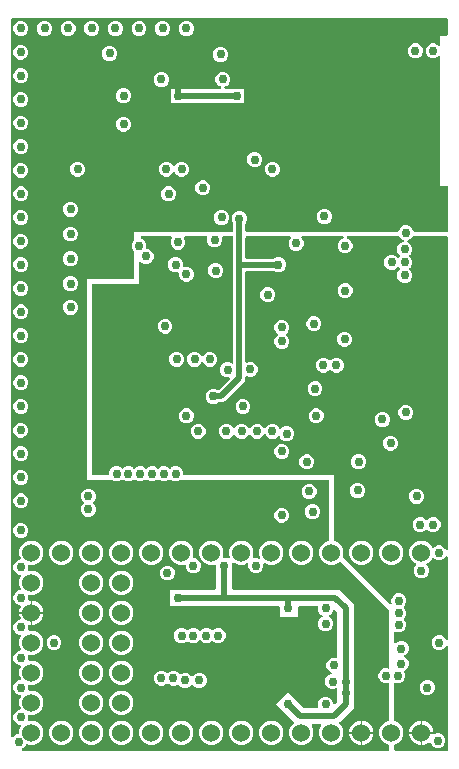
<source format=gbr>
G04 EAGLE Gerber RS-274X export*
G75*
%MOMM*%
%FSLAX34Y34*%
%LPD*%
%INCopper Layer 2*%
%IPPOS*%
%AMOC8*
5,1,8,0,0,1.08239X$1,22.5*%
G01*
G04 Define Apertures*
%ADD10C,1.530000*%
%ADD11C,0.756400*%
%ADD12C,0.508000*%
G36*
X322390Y2619D02*
X322718Y2844D01*
X322933Y3180D01*
X323000Y3540D01*
X323000Y6816D01*
X322921Y7206D01*
X322696Y7535D01*
X322383Y7740D01*
X318928Y9171D01*
X316061Y12038D01*
X314510Y15783D01*
X314510Y19837D01*
X316061Y23582D01*
X318928Y26449D01*
X322383Y27880D01*
X322713Y28102D01*
X322930Y28436D01*
X323000Y28804D01*
X323000Y58903D01*
X322921Y59293D01*
X322696Y59621D01*
X322361Y59836D01*
X321968Y59903D01*
X321617Y59827D01*
X321258Y59678D01*
X318742Y59678D01*
X316419Y60641D01*
X314641Y62419D01*
X313678Y64742D01*
X313678Y67258D01*
X314641Y69581D01*
X316419Y71360D01*
X318742Y72322D01*
X321258Y72322D01*
X321617Y72173D01*
X322008Y72097D01*
X322397Y72179D01*
X322724Y72407D01*
X322936Y72744D01*
X323000Y73097D01*
X323000Y120586D01*
X322921Y120976D01*
X322707Y121293D01*
X281758Y162242D01*
X281426Y162462D01*
X281035Y162535D01*
X280646Y162450D01*
X280343Y162242D01*
X279672Y161571D01*
X275927Y160020D01*
X271873Y160020D01*
X268128Y161571D01*
X265261Y164438D01*
X263710Y168183D01*
X263710Y172237D01*
X265261Y175982D01*
X268128Y178849D01*
X271383Y180197D01*
X271713Y180419D01*
X271930Y180753D01*
X272000Y181121D01*
X272000Y231000D01*
X271921Y231390D01*
X271696Y231718D01*
X271361Y231933D01*
X271000Y232000D01*
X146355Y232000D01*
X145965Y231921D01*
X145648Y231707D01*
X145581Y231641D01*
X143258Y230678D01*
X140742Y230678D01*
X138419Y231641D01*
X138352Y231707D01*
X138020Y231927D01*
X137645Y232000D01*
X136355Y232000D01*
X135965Y231921D01*
X135648Y231707D01*
X135581Y231641D01*
X133258Y230678D01*
X130742Y230678D01*
X128419Y231641D01*
X128352Y231707D01*
X128020Y231927D01*
X127645Y232000D01*
X126355Y232000D01*
X125965Y231921D01*
X125648Y231707D01*
X125581Y231641D01*
X123258Y230678D01*
X120742Y230678D01*
X118419Y231641D01*
X118352Y231707D01*
X118020Y231927D01*
X117645Y232000D01*
X116355Y232000D01*
X115965Y231921D01*
X115648Y231707D01*
X115581Y231641D01*
X113258Y230678D01*
X110742Y230678D01*
X108419Y231641D01*
X108352Y231707D01*
X108020Y231927D01*
X107645Y232000D01*
X106355Y232000D01*
X105965Y231921D01*
X105648Y231707D01*
X105581Y231641D01*
X103258Y230678D01*
X100742Y230678D01*
X98419Y231641D01*
X98352Y231707D01*
X98020Y231927D01*
X97645Y232000D01*
X96355Y232000D01*
X95965Y231921D01*
X95648Y231707D01*
X95581Y231641D01*
X93258Y230678D01*
X90742Y230678D01*
X88419Y231641D01*
X88352Y231707D01*
X88020Y231927D01*
X87645Y232000D01*
X67071Y232000D01*
X67008Y232009D01*
X67000Y232033D01*
X67000Y232039D01*
X67000Y401929D01*
X67009Y401992D01*
X67033Y402000D01*
X67039Y402000D01*
X106000Y402000D01*
X106390Y402079D01*
X106718Y402304D01*
X106933Y402640D01*
X107000Y403000D01*
X107000Y424645D01*
X106921Y425035D01*
X106707Y425352D01*
X105641Y426419D01*
X104678Y428742D01*
X104678Y431258D01*
X105641Y433581D01*
X106707Y434648D01*
X106927Y434980D01*
X107000Y435355D01*
X107000Y441929D01*
X107009Y441992D01*
X107033Y442000D01*
X107039Y442000D01*
X189920Y442000D01*
X190310Y442079D01*
X190638Y442304D01*
X190853Y442640D01*
X190920Y443000D01*
X190920Y448725D01*
X190841Y449115D01*
X190647Y449402D01*
X189678Y451742D01*
X189678Y454258D01*
X190641Y456581D01*
X192419Y458360D01*
X194742Y459322D01*
X197258Y459322D01*
X199581Y458360D01*
X201360Y456581D01*
X202322Y454258D01*
X202322Y451742D01*
X201352Y449401D01*
X201153Y449100D01*
X201080Y448725D01*
X201080Y443000D01*
X201159Y442610D01*
X201384Y442282D01*
X201720Y442067D01*
X202080Y442000D01*
X329903Y442000D01*
X330293Y442079D01*
X330621Y442304D01*
X330827Y442617D01*
X331641Y444581D01*
X333419Y446360D01*
X335742Y447322D01*
X338258Y447322D01*
X340581Y446360D01*
X342360Y444581D01*
X343173Y442617D01*
X343395Y442287D01*
X343729Y442070D01*
X344097Y442000D01*
X371460Y442000D01*
X371850Y442079D01*
X372178Y442304D01*
X372393Y442640D01*
X372460Y443000D01*
X372460Y480000D01*
X372381Y480390D01*
X372156Y480718D01*
X371821Y480933D01*
X371460Y481000D01*
X366039Y481000D01*
X366033Y481000D01*
X366009Y481008D01*
X366000Y481071D01*
X366000Y589645D01*
X365921Y590035D01*
X365696Y590363D01*
X365361Y590578D01*
X364968Y590645D01*
X364581Y590553D01*
X364293Y590352D01*
X363581Y589641D01*
X361258Y588678D01*
X358742Y588678D01*
X356419Y589641D01*
X354641Y591419D01*
X353678Y593742D01*
X353678Y596258D01*
X354641Y598581D01*
X356419Y600360D01*
X358742Y601322D01*
X361258Y601322D01*
X363581Y600360D01*
X364293Y599648D01*
X364625Y599428D01*
X365016Y599355D01*
X365405Y599440D01*
X365729Y599671D01*
X365938Y600009D01*
X366000Y600355D01*
X366000Y607961D01*
X366000Y607967D01*
X366008Y607991D01*
X366071Y608000D01*
X371460Y608000D01*
X371850Y608079D01*
X372178Y608304D01*
X372393Y608640D01*
X372460Y609000D01*
X372460Y621460D01*
X372381Y621850D01*
X372156Y622178D01*
X371821Y622393D01*
X371460Y622460D01*
X3540Y622460D01*
X3150Y622381D01*
X2822Y622156D01*
X2607Y621821D01*
X2540Y621460D01*
X2540Y14895D01*
X2619Y14505D01*
X2844Y14177D01*
X3180Y13962D01*
X3572Y13895D01*
X3959Y13987D01*
X4247Y14188D01*
X5419Y15360D01*
X7742Y16322D01*
X8710Y16322D01*
X9100Y16401D01*
X9428Y16626D01*
X9643Y16962D01*
X9710Y17322D01*
X9710Y19837D01*
X11143Y23295D01*
X11219Y23686D01*
X11136Y24075D01*
X10909Y24402D01*
X10572Y24614D01*
X10219Y24678D01*
X9742Y24678D01*
X7419Y25641D01*
X5641Y27419D01*
X4678Y29742D01*
X4678Y32258D01*
X5641Y34581D01*
X7419Y36360D01*
X9742Y37322D01*
X9813Y37322D01*
X10203Y37401D01*
X10531Y37626D01*
X10745Y37962D01*
X10812Y38354D01*
X10737Y38705D01*
X9710Y41183D01*
X9710Y45237D01*
X10977Y48295D01*
X11053Y48686D01*
X10971Y49075D01*
X10743Y49402D01*
X10406Y49614D01*
X10053Y49678D01*
X9742Y49678D01*
X7419Y50641D01*
X5641Y52419D01*
X4678Y54742D01*
X4678Y57258D01*
X5641Y59581D01*
X7419Y61360D01*
X9742Y62322D01*
X9978Y62322D01*
X10368Y62401D01*
X10697Y62626D01*
X10911Y62962D01*
X10978Y63354D01*
X10902Y63705D01*
X9710Y66583D01*
X9710Y70637D01*
X10811Y73295D01*
X10887Y73686D01*
X10805Y74075D01*
X10577Y74402D01*
X10240Y74614D01*
X9887Y74678D01*
X9742Y74678D01*
X7419Y75641D01*
X5641Y77419D01*
X4678Y79742D01*
X4678Y82258D01*
X5641Y84581D01*
X7419Y86360D01*
X9742Y87322D01*
X10144Y87322D01*
X10534Y87401D01*
X10862Y87626D01*
X11077Y87962D01*
X11144Y88354D01*
X11068Y88705D01*
X9710Y91983D01*
X9710Y96037D01*
X11060Y99295D01*
X11136Y99686D01*
X11053Y100075D01*
X10826Y100402D01*
X10489Y100614D01*
X10136Y100678D01*
X9742Y100678D01*
X7419Y101641D01*
X5641Y103419D01*
X4678Y105742D01*
X4678Y108258D01*
X5641Y110581D01*
X7419Y112360D01*
X9742Y113322D01*
X9896Y113322D01*
X10286Y113401D01*
X10614Y113626D01*
X10828Y113962D01*
X10895Y114354D01*
X10819Y114705D01*
X9710Y117383D01*
X9710Y118648D01*
X19138Y118648D01*
X19138Y109220D01*
X18322Y109220D01*
X17932Y109141D01*
X17604Y108916D01*
X17389Y108581D01*
X17322Y108220D01*
X17322Y105742D01*
X17256Y105583D01*
X17180Y105192D01*
X17262Y104803D01*
X17490Y104476D01*
X17827Y104264D01*
X18180Y104200D01*
X21927Y104200D01*
X25672Y102649D01*
X28539Y99782D01*
X30090Y96037D01*
X30090Y91983D01*
X28539Y88238D01*
X25672Y85371D01*
X21927Y83820D01*
X18171Y83820D01*
X17781Y83741D01*
X17453Y83516D01*
X17239Y83181D01*
X17172Y82788D01*
X17248Y82437D01*
X17322Y82258D01*
X17322Y79800D01*
X17401Y79410D01*
X17626Y79082D01*
X17962Y78867D01*
X18322Y78800D01*
X21927Y78800D01*
X25672Y77249D01*
X28539Y74382D01*
X30090Y70637D01*
X30090Y66583D01*
X28539Y62838D01*
X25672Y59971D01*
X21927Y58420D01*
X18322Y58420D01*
X17932Y58341D01*
X17604Y58116D01*
X17389Y57781D01*
X17322Y57420D01*
X17322Y54697D01*
X17263Y54392D01*
X17345Y54003D01*
X17573Y53676D01*
X17909Y53464D01*
X18263Y53400D01*
X21927Y53400D01*
X25672Y51849D01*
X28539Y48982D01*
X30090Y45237D01*
X30090Y41183D01*
X28539Y37438D01*
X25672Y34571D01*
X21927Y33020D01*
X18322Y33020D01*
X17932Y32941D01*
X17604Y32716D01*
X17389Y32381D01*
X17322Y32020D01*
X17322Y29742D01*
X17173Y29383D01*
X17097Y28992D01*
X17179Y28603D01*
X17407Y28276D01*
X17744Y28064D01*
X18097Y28000D01*
X21927Y28000D01*
X25672Y26449D01*
X28539Y23582D01*
X30090Y19837D01*
X30090Y15783D01*
X28539Y12038D01*
X25672Y9171D01*
X21927Y7620D01*
X17873Y7620D01*
X16223Y8304D01*
X15832Y8380D01*
X15443Y8297D01*
X15116Y8070D01*
X14916Y7762D01*
X14360Y6419D01*
X12581Y4641D01*
X12155Y4464D01*
X11825Y4241D01*
X11608Y3908D01*
X11538Y3516D01*
X11626Y3128D01*
X11859Y2805D01*
X12199Y2599D01*
X12537Y2540D01*
X322000Y2540D01*
X322390Y2619D01*
G37*
%LPC*%
G36*
X129742Y607678D02*
X127419Y608641D01*
X125641Y610419D01*
X124678Y612742D01*
X124678Y615258D01*
X125641Y617581D01*
X127419Y619360D01*
X129742Y620322D01*
X132258Y620322D01*
X134581Y619360D01*
X136360Y617581D01*
X137322Y615258D01*
X137322Y612742D01*
X136360Y610419D01*
X134581Y608641D01*
X132258Y607678D01*
X129742Y607678D01*
G37*
G36*
X149742Y607678D02*
X147419Y608641D01*
X145641Y610419D01*
X144678Y612742D01*
X144678Y615258D01*
X145641Y617581D01*
X147419Y619360D01*
X149742Y620322D01*
X152258Y620322D01*
X154581Y619360D01*
X156360Y617581D01*
X157322Y615258D01*
X157322Y612742D01*
X156360Y610419D01*
X154581Y608641D01*
X152258Y607678D01*
X149742Y607678D01*
G37*
G36*
X109742Y607678D02*
X107419Y608641D01*
X105641Y610419D01*
X104678Y612742D01*
X104678Y615258D01*
X105641Y617581D01*
X107419Y619360D01*
X109742Y620322D01*
X112258Y620322D01*
X114581Y619360D01*
X116360Y617581D01*
X117322Y615258D01*
X117322Y612742D01*
X116360Y610419D01*
X114581Y608641D01*
X112258Y607678D01*
X109742Y607678D01*
G37*
G36*
X89742Y607678D02*
X87419Y608641D01*
X85641Y610419D01*
X84678Y612742D01*
X84678Y615258D01*
X85641Y617581D01*
X87419Y619360D01*
X89742Y620322D01*
X92258Y620322D01*
X94581Y619360D01*
X96360Y617581D01*
X97322Y615258D01*
X97322Y612742D01*
X96360Y610419D01*
X94581Y608641D01*
X92258Y607678D01*
X89742Y607678D01*
G37*
G36*
X69742Y607678D02*
X67419Y608641D01*
X65641Y610419D01*
X64678Y612742D01*
X64678Y615258D01*
X65641Y617581D01*
X67419Y619360D01*
X69742Y620322D01*
X72258Y620322D01*
X74581Y619360D01*
X76360Y617581D01*
X77322Y615258D01*
X77322Y612742D01*
X76360Y610419D01*
X74581Y608641D01*
X72258Y607678D01*
X69742Y607678D01*
G37*
G36*
X29742Y607678D02*
X27419Y608641D01*
X25641Y610419D01*
X24678Y612742D01*
X24678Y615258D01*
X25641Y617581D01*
X27419Y619360D01*
X29742Y620322D01*
X32258Y620322D01*
X34581Y619360D01*
X36360Y617581D01*
X37322Y615258D01*
X37322Y612742D01*
X36360Y610419D01*
X34581Y608641D01*
X32258Y607678D01*
X29742Y607678D01*
G37*
G36*
X49742Y607678D02*
X47419Y608641D01*
X45641Y610419D01*
X44678Y612742D01*
X44678Y615258D01*
X45641Y617581D01*
X47419Y619360D01*
X49742Y620322D01*
X52258Y620322D01*
X54581Y619360D01*
X56360Y617581D01*
X57322Y615258D01*
X57322Y612742D01*
X56360Y610419D01*
X54581Y608641D01*
X52258Y607678D01*
X49742Y607678D01*
G37*
G36*
X9742Y607678D02*
X7419Y608641D01*
X5641Y610419D01*
X4678Y612742D01*
X4678Y615258D01*
X5641Y617581D01*
X7419Y619360D01*
X9742Y620322D01*
X12258Y620322D01*
X14581Y619360D01*
X16360Y617581D01*
X17322Y615258D01*
X17322Y612742D01*
X16360Y610419D01*
X14581Y608641D01*
X12258Y607678D01*
X9742Y607678D01*
G37*
G36*
X343742Y588678D02*
X341419Y589641D01*
X339641Y591419D01*
X338678Y593742D01*
X338678Y596258D01*
X339641Y598581D01*
X341419Y600360D01*
X343742Y601322D01*
X346258Y601322D01*
X348581Y600360D01*
X350360Y598581D01*
X351322Y596258D01*
X351322Y593742D01*
X350360Y591419D01*
X348581Y589641D01*
X346258Y588678D01*
X343742Y588678D01*
G37*
G36*
X9742Y587678D02*
X7419Y588641D01*
X5641Y590419D01*
X4678Y592742D01*
X4678Y595258D01*
X5641Y597581D01*
X7419Y599360D01*
X9742Y600322D01*
X12258Y600322D01*
X14581Y599360D01*
X16360Y597581D01*
X17322Y595258D01*
X17322Y592742D01*
X16360Y590419D01*
X14581Y588641D01*
X12258Y587678D01*
X9742Y587678D01*
G37*
G36*
X84742Y586678D02*
X82419Y587641D01*
X80641Y589419D01*
X79678Y591742D01*
X79678Y594258D01*
X80641Y596581D01*
X82419Y598360D01*
X84742Y599322D01*
X87258Y599322D01*
X89581Y598360D01*
X91360Y596581D01*
X92322Y594258D01*
X92322Y591742D01*
X91360Y589419D01*
X89581Y587641D01*
X87258Y586678D01*
X84742Y586678D01*
G37*
G36*
X178742Y585678D02*
X176419Y586641D01*
X174641Y588419D01*
X173678Y590742D01*
X173678Y593258D01*
X174641Y595581D01*
X176419Y597360D01*
X178742Y598322D01*
X181258Y598322D01*
X183581Y597360D01*
X185360Y595581D01*
X186322Y593258D01*
X186322Y590742D01*
X185360Y588419D01*
X183581Y586641D01*
X181258Y585678D01*
X178742Y585678D01*
G37*
G36*
X9742Y567678D02*
X7419Y568641D01*
X5641Y570419D01*
X4678Y572742D01*
X4678Y575258D01*
X5641Y577581D01*
X7419Y579360D01*
X9742Y580322D01*
X12258Y580322D01*
X14581Y579360D01*
X16360Y577581D01*
X17322Y575258D01*
X17322Y572742D01*
X16360Y570419D01*
X14581Y568641D01*
X12258Y567678D01*
X9742Y567678D01*
G37*
G36*
X128742Y564678D02*
X126419Y565641D01*
X124641Y567419D01*
X123678Y569742D01*
X123678Y572258D01*
X124641Y574581D01*
X126419Y576360D01*
X128742Y577322D01*
X131258Y577322D01*
X133581Y576360D01*
X135360Y574581D01*
X136322Y572258D01*
X136322Y569742D01*
X135360Y567419D01*
X133581Y565641D01*
X131258Y564678D01*
X128742Y564678D01*
G37*
G36*
X138039Y551000D02*
X138033Y551000D01*
X138009Y551008D01*
X138000Y551071D01*
X138000Y562961D01*
X138000Y562967D01*
X138008Y562991D01*
X138071Y563000D01*
X179766Y563000D01*
X180156Y563079D01*
X180484Y563304D01*
X180699Y563640D01*
X180766Y564032D01*
X180674Y564419D01*
X180439Y564740D01*
X180149Y564924D01*
X178419Y565641D01*
X176641Y567419D01*
X175678Y569742D01*
X175678Y572258D01*
X176641Y574581D01*
X178419Y576360D01*
X180742Y577322D01*
X183258Y577322D01*
X185581Y576360D01*
X187360Y574581D01*
X188322Y572258D01*
X188322Y569742D01*
X187360Y567419D01*
X185581Y565641D01*
X183851Y564924D01*
X183521Y564701D01*
X183304Y564368D01*
X183234Y563976D01*
X183323Y563588D01*
X183555Y563265D01*
X183896Y563059D01*
X184234Y563000D01*
X199961Y563000D01*
X199967Y563000D01*
X199991Y562992D01*
X200000Y562929D01*
X200000Y551039D01*
X200000Y551033D01*
X199992Y551009D01*
X199929Y551000D01*
X138039Y551000D01*
G37*
G36*
X96742Y550678D02*
X94419Y551641D01*
X92641Y553419D01*
X91678Y555742D01*
X91678Y558258D01*
X92641Y560581D01*
X94419Y562360D01*
X96742Y563322D01*
X99258Y563322D01*
X101581Y562360D01*
X103360Y560581D01*
X104322Y558258D01*
X104322Y555742D01*
X103360Y553419D01*
X101581Y551641D01*
X99258Y550678D01*
X96742Y550678D01*
G37*
G36*
X9742Y547678D02*
X7419Y548641D01*
X5641Y550419D01*
X4678Y552742D01*
X4678Y555258D01*
X5641Y557581D01*
X7419Y559360D01*
X9742Y560322D01*
X12258Y560322D01*
X14581Y559360D01*
X16360Y557581D01*
X17322Y555258D01*
X17322Y552742D01*
X16360Y550419D01*
X14581Y548641D01*
X12258Y547678D01*
X9742Y547678D01*
G37*
G36*
X9742Y527678D02*
X7419Y528641D01*
X5641Y530419D01*
X4678Y532742D01*
X4678Y535258D01*
X5641Y537581D01*
X7419Y539360D01*
X9742Y540322D01*
X12258Y540322D01*
X14581Y539360D01*
X16360Y537581D01*
X17322Y535258D01*
X17322Y532742D01*
X16360Y530419D01*
X14581Y528641D01*
X12258Y527678D01*
X9742Y527678D01*
G37*
G36*
X96742Y526678D02*
X94419Y527641D01*
X92641Y529419D01*
X91678Y531742D01*
X91678Y534258D01*
X92641Y536581D01*
X94419Y538360D01*
X96742Y539322D01*
X99258Y539322D01*
X101581Y538360D01*
X103360Y536581D01*
X104322Y534258D01*
X104322Y531742D01*
X103360Y529419D01*
X101581Y527641D01*
X99258Y526678D01*
X96742Y526678D01*
G37*
G36*
X9742Y507678D02*
X7419Y508641D01*
X5641Y510419D01*
X4678Y512742D01*
X4678Y515258D01*
X5641Y517581D01*
X7419Y519360D01*
X9742Y520322D01*
X12258Y520322D01*
X14581Y519360D01*
X16360Y517581D01*
X17322Y515258D01*
X17322Y512742D01*
X16360Y510419D01*
X14581Y508641D01*
X12258Y507678D01*
X9742Y507678D01*
G37*
G36*
X207742Y496678D02*
X205419Y497641D01*
X203641Y499419D01*
X202678Y501742D01*
X202678Y504258D01*
X203641Y506581D01*
X205419Y508360D01*
X207742Y509322D01*
X210258Y509322D01*
X212581Y508360D01*
X214360Y506581D01*
X215322Y504258D01*
X215322Y501742D01*
X214360Y499419D01*
X212581Y497641D01*
X210258Y496678D01*
X207742Y496678D01*
G37*
G36*
X57742Y488678D02*
X55419Y489641D01*
X53641Y491419D01*
X52678Y493742D01*
X52678Y496258D01*
X53641Y498581D01*
X55419Y500360D01*
X57742Y501322D01*
X60258Y501322D01*
X62581Y500360D01*
X64360Y498581D01*
X65322Y496258D01*
X65322Y493742D01*
X64360Y491419D01*
X62581Y489641D01*
X60258Y488678D01*
X57742Y488678D01*
G37*
G36*
X132742Y488678D02*
X130419Y489641D01*
X128641Y491419D01*
X127678Y493742D01*
X127678Y496258D01*
X128641Y498581D01*
X130419Y500360D01*
X132742Y501322D01*
X135258Y501322D01*
X137581Y500360D01*
X139360Y498581D01*
X139576Y498058D01*
X139799Y497728D01*
X140132Y497511D01*
X140524Y497441D01*
X140912Y497530D01*
X141235Y497763D01*
X141424Y498058D01*
X141641Y498581D01*
X143419Y500360D01*
X145742Y501322D01*
X148258Y501322D01*
X150581Y500360D01*
X152360Y498581D01*
X153322Y496258D01*
X153322Y493742D01*
X152360Y491419D01*
X150581Y489641D01*
X148258Y488678D01*
X145742Y488678D01*
X143419Y489641D01*
X141641Y491419D01*
X141424Y491942D01*
X141201Y492272D01*
X140868Y492489D01*
X140476Y492559D01*
X140088Y492470D01*
X139765Y492237D01*
X139576Y491942D01*
X139360Y491419D01*
X137581Y489641D01*
X135258Y488678D01*
X132742Y488678D01*
G37*
G36*
X222742Y488678D02*
X220419Y489641D01*
X218641Y491419D01*
X217678Y493742D01*
X217678Y496258D01*
X218641Y498581D01*
X220419Y500360D01*
X222742Y501322D01*
X225258Y501322D01*
X227581Y500360D01*
X229360Y498581D01*
X230322Y496258D01*
X230322Y493742D01*
X229360Y491419D01*
X227581Y489641D01*
X225258Y488678D01*
X222742Y488678D01*
G37*
G36*
X9742Y487678D02*
X7419Y488641D01*
X5641Y490419D01*
X4678Y492742D01*
X4678Y495258D01*
X5641Y497581D01*
X7419Y499360D01*
X9742Y500322D01*
X12258Y500322D01*
X14581Y499360D01*
X16360Y497581D01*
X17322Y495258D01*
X17322Y492742D01*
X16360Y490419D01*
X14581Y488641D01*
X12258Y487678D01*
X9742Y487678D01*
G37*
G36*
X163742Y472678D02*
X161419Y473641D01*
X159641Y475419D01*
X158678Y477742D01*
X158678Y480258D01*
X159641Y482581D01*
X161419Y484360D01*
X163742Y485322D01*
X166258Y485322D01*
X168581Y484360D01*
X170360Y482581D01*
X171322Y480258D01*
X171322Y477742D01*
X170360Y475419D01*
X168581Y473641D01*
X166258Y472678D01*
X163742Y472678D01*
G37*
G36*
X134742Y467678D02*
X132419Y468641D01*
X130641Y470419D01*
X129678Y472742D01*
X129678Y475258D01*
X130641Y477581D01*
X132419Y479360D01*
X134742Y480322D01*
X137258Y480322D01*
X139581Y479360D01*
X141360Y477581D01*
X142322Y475258D01*
X142322Y472742D01*
X141360Y470419D01*
X139581Y468641D01*
X137258Y467678D01*
X134742Y467678D01*
G37*
G36*
X9742Y467678D02*
X7419Y468641D01*
X5641Y470419D01*
X4678Y472742D01*
X4678Y475258D01*
X5641Y477581D01*
X7419Y479360D01*
X9742Y480322D01*
X12258Y480322D01*
X14581Y479360D01*
X16360Y477581D01*
X17322Y475258D01*
X17322Y472742D01*
X16360Y470419D01*
X14581Y468641D01*
X12258Y467678D01*
X9742Y467678D01*
G37*
G36*
X51742Y454678D02*
X49419Y455641D01*
X47641Y457419D01*
X46678Y459742D01*
X46678Y462258D01*
X47641Y464581D01*
X49419Y466360D01*
X51742Y467322D01*
X54258Y467322D01*
X56581Y466360D01*
X58360Y464581D01*
X59322Y462258D01*
X59322Y459742D01*
X58360Y457419D01*
X56581Y455641D01*
X54258Y454678D01*
X51742Y454678D01*
G37*
G36*
X266742Y448678D02*
X264419Y449641D01*
X262641Y451419D01*
X261678Y453742D01*
X261678Y456258D01*
X262641Y458581D01*
X264419Y460360D01*
X266742Y461322D01*
X269258Y461322D01*
X271581Y460360D01*
X273360Y458581D01*
X274322Y456258D01*
X274322Y453742D01*
X273360Y451419D01*
X271581Y449641D01*
X269258Y448678D01*
X266742Y448678D01*
G37*
G36*
X179742Y447678D02*
X177419Y448641D01*
X175641Y450419D01*
X174678Y452742D01*
X174678Y455258D01*
X175641Y457581D01*
X177419Y459360D01*
X179742Y460322D01*
X182258Y460322D01*
X184581Y459360D01*
X186360Y457581D01*
X187322Y455258D01*
X187322Y452742D01*
X186360Y450419D01*
X184581Y448641D01*
X182258Y447678D01*
X179742Y447678D01*
G37*
G36*
X9742Y447678D02*
X7419Y448641D01*
X5641Y450419D01*
X4678Y452742D01*
X4678Y455258D01*
X5641Y457581D01*
X7419Y459360D01*
X9742Y460322D01*
X12258Y460322D01*
X14581Y459360D01*
X16360Y457581D01*
X17322Y455258D01*
X17322Y452742D01*
X16360Y450419D01*
X14581Y448641D01*
X12258Y447678D01*
X9742Y447678D01*
G37*
G36*
X51742Y433678D02*
X49419Y434641D01*
X47641Y436419D01*
X46678Y438742D01*
X46678Y441258D01*
X47641Y443581D01*
X49419Y445360D01*
X51742Y446322D01*
X54258Y446322D01*
X56581Y445360D01*
X58360Y443581D01*
X59322Y441258D01*
X59322Y438742D01*
X58360Y436419D01*
X56581Y434641D01*
X54258Y433678D01*
X51742Y433678D01*
G37*
G36*
X9742Y427678D02*
X7419Y428641D01*
X5641Y430419D01*
X4678Y432742D01*
X4678Y435258D01*
X5641Y437581D01*
X7419Y439360D01*
X9742Y440322D01*
X12258Y440322D01*
X14581Y439360D01*
X16360Y437581D01*
X17322Y435258D01*
X17322Y432742D01*
X16360Y430419D01*
X14581Y428641D01*
X12258Y427678D01*
X9742Y427678D01*
G37*
G36*
X51742Y412678D02*
X49419Y413641D01*
X47641Y415419D01*
X46678Y417742D01*
X46678Y420258D01*
X47641Y422581D01*
X49419Y424360D01*
X51742Y425322D01*
X54258Y425322D01*
X56581Y424360D01*
X58360Y422581D01*
X59322Y420258D01*
X59322Y417742D01*
X58360Y415419D01*
X56581Y413641D01*
X54258Y412678D01*
X51742Y412678D01*
G37*
G36*
X9742Y407678D02*
X7419Y408641D01*
X5641Y410419D01*
X4678Y412742D01*
X4678Y415258D01*
X5641Y417581D01*
X7419Y419360D01*
X9742Y420322D01*
X12258Y420322D01*
X14581Y419360D01*
X16360Y417581D01*
X17322Y415258D01*
X17322Y412742D01*
X16360Y410419D01*
X14581Y408641D01*
X12258Y407678D01*
X9742Y407678D01*
G37*
G36*
X51742Y391678D02*
X49419Y392641D01*
X47641Y394419D01*
X46678Y396742D01*
X46678Y399258D01*
X47641Y401581D01*
X49419Y403360D01*
X51742Y404322D01*
X54258Y404322D01*
X56581Y403360D01*
X58360Y401581D01*
X59322Y399258D01*
X59322Y396742D01*
X58360Y394419D01*
X56581Y392641D01*
X54258Y391678D01*
X51742Y391678D01*
G37*
G36*
X9742Y387678D02*
X7419Y388641D01*
X5641Y390419D01*
X4678Y392742D01*
X4678Y395258D01*
X5641Y397581D01*
X7419Y399360D01*
X9742Y400322D01*
X12258Y400322D01*
X14581Y399360D01*
X16360Y397581D01*
X17322Y395258D01*
X17322Y392742D01*
X16360Y390419D01*
X14581Y388641D01*
X12258Y387678D01*
X9742Y387678D01*
G37*
G36*
X51742Y371678D02*
X49419Y372641D01*
X47641Y374419D01*
X46678Y376742D01*
X46678Y379258D01*
X47641Y381581D01*
X49419Y383360D01*
X51742Y384322D01*
X54258Y384322D01*
X56581Y383360D01*
X58360Y381581D01*
X59322Y379258D01*
X59322Y376742D01*
X58360Y374419D01*
X56581Y372641D01*
X54258Y371678D01*
X51742Y371678D01*
G37*
G36*
X9742Y367678D02*
X7419Y368641D01*
X5641Y370419D01*
X4678Y372742D01*
X4678Y375258D01*
X5641Y377581D01*
X7419Y379360D01*
X9742Y380322D01*
X12258Y380322D01*
X14581Y379360D01*
X16360Y377581D01*
X17322Y375258D01*
X17322Y372742D01*
X16360Y370419D01*
X14581Y368641D01*
X12258Y367678D01*
X9742Y367678D01*
G37*
G36*
X9742Y347678D02*
X7419Y348641D01*
X5641Y350419D01*
X4678Y352742D01*
X4678Y355258D01*
X5641Y357581D01*
X7419Y359360D01*
X9742Y360322D01*
X12258Y360322D01*
X14581Y359360D01*
X16360Y357581D01*
X17322Y355258D01*
X17322Y352742D01*
X16360Y350419D01*
X14581Y348641D01*
X12258Y347678D01*
X9742Y347678D01*
G37*
G36*
X9742Y327678D02*
X7419Y328641D01*
X5641Y330419D01*
X4678Y332742D01*
X4678Y335258D01*
X5641Y337581D01*
X7419Y339360D01*
X9742Y340322D01*
X12258Y340322D01*
X14581Y339360D01*
X16360Y337581D01*
X17322Y335258D01*
X17322Y332742D01*
X16360Y330419D01*
X14581Y328641D01*
X12258Y327678D01*
X9742Y327678D01*
G37*
G36*
X9742Y307678D02*
X7419Y308641D01*
X5641Y310419D01*
X4678Y312742D01*
X4678Y315258D01*
X5641Y317581D01*
X7419Y319360D01*
X9742Y320322D01*
X12258Y320322D01*
X14581Y319360D01*
X16360Y317581D01*
X17322Y315258D01*
X17322Y312742D01*
X16360Y310419D01*
X14581Y308641D01*
X12258Y307678D01*
X9742Y307678D01*
G37*
G36*
X9742Y287678D02*
X7419Y288641D01*
X5641Y290419D01*
X4678Y292742D01*
X4678Y295258D01*
X5641Y297581D01*
X7419Y299360D01*
X9742Y300322D01*
X12258Y300322D01*
X14581Y299360D01*
X16360Y297581D01*
X17322Y295258D01*
X17322Y292742D01*
X16360Y290419D01*
X14581Y288641D01*
X12258Y287678D01*
X9742Y287678D01*
G37*
G36*
X9742Y267678D02*
X7419Y268641D01*
X5641Y270419D01*
X4678Y272742D01*
X4678Y275258D01*
X5641Y277581D01*
X7419Y279360D01*
X9742Y280322D01*
X12258Y280322D01*
X14581Y279360D01*
X16360Y277581D01*
X17322Y275258D01*
X17322Y272742D01*
X16360Y270419D01*
X14581Y268641D01*
X12258Y267678D01*
X9742Y267678D01*
G37*
G36*
X9742Y247678D02*
X7419Y248641D01*
X5641Y250419D01*
X4678Y252742D01*
X4678Y255258D01*
X5641Y257581D01*
X7419Y259360D01*
X9742Y260322D01*
X12258Y260322D01*
X14581Y259360D01*
X16360Y257581D01*
X17322Y255258D01*
X17322Y252742D01*
X16360Y250419D01*
X14581Y248641D01*
X12258Y247678D01*
X9742Y247678D01*
G37*
G36*
X9742Y227678D02*
X7419Y228641D01*
X5641Y230419D01*
X4678Y232742D01*
X4678Y235258D01*
X5641Y237581D01*
X7419Y239360D01*
X9742Y240322D01*
X12258Y240322D01*
X14581Y239360D01*
X16360Y237581D01*
X17322Y235258D01*
X17322Y232742D01*
X16360Y230419D01*
X14581Y228641D01*
X12258Y227678D01*
X9742Y227678D01*
G37*
G36*
X253742Y215678D02*
X251419Y216641D01*
X249641Y218419D01*
X248678Y220742D01*
X248678Y223258D01*
X249641Y225581D01*
X251419Y227360D01*
X253742Y228322D01*
X256258Y228322D01*
X258581Y227360D01*
X260360Y225581D01*
X261322Y223258D01*
X261322Y220742D01*
X260360Y218419D01*
X258581Y216641D01*
X256258Y215678D01*
X253742Y215678D01*
G37*
G36*
X66742Y200678D02*
X64419Y201641D01*
X62641Y203419D01*
X61678Y205742D01*
X61678Y208258D01*
X62641Y210581D01*
X63852Y211793D01*
X64072Y212125D01*
X64145Y212516D01*
X64060Y212905D01*
X63852Y213207D01*
X62641Y214419D01*
X61678Y216742D01*
X61678Y219258D01*
X62641Y221581D01*
X64419Y223360D01*
X66742Y224322D01*
X69258Y224322D01*
X71581Y223360D01*
X73360Y221581D01*
X74322Y219258D01*
X74322Y216742D01*
X73360Y214419D01*
X72148Y213207D01*
X71928Y212875D01*
X71855Y212484D01*
X71940Y212095D01*
X72148Y211793D01*
X73360Y210581D01*
X74322Y208258D01*
X74322Y205742D01*
X73360Y203419D01*
X71581Y201641D01*
X69258Y200678D01*
X66742Y200678D01*
G37*
G36*
X9742Y207678D02*
X7419Y208641D01*
X5641Y210419D01*
X4678Y212742D01*
X4678Y215258D01*
X5641Y217581D01*
X7419Y219360D01*
X9742Y220322D01*
X12258Y220322D01*
X14581Y219360D01*
X16360Y217581D01*
X17322Y215258D01*
X17322Y212742D01*
X16360Y210419D01*
X14581Y208641D01*
X12258Y207678D01*
X9742Y207678D01*
G37*
G36*
X256742Y198678D02*
X254419Y199641D01*
X252641Y201419D01*
X251678Y203742D01*
X251678Y206258D01*
X252641Y208581D01*
X254419Y210360D01*
X256742Y211322D01*
X259258Y211322D01*
X261581Y210360D01*
X263360Y208581D01*
X264322Y206258D01*
X264322Y203742D01*
X263360Y201419D01*
X261581Y199641D01*
X259258Y198678D01*
X256742Y198678D01*
G37*
G36*
X230742Y195678D02*
X228419Y196641D01*
X226641Y198419D01*
X225678Y200742D01*
X225678Y203258D01*
X226641Y205581D01*
X228419Y207360D01*
X230742Y208322D01*
X233258Y208322D01*
X235581Y207360D01*
X237360Y205581D01*
X238322Y203258D01*
X238322Y200742D01*
X237360Y198419D01*
X235581Y196641D01*
X233258Y195678D01*
X230742Y195678D01*
G37*
G36*
X9742Y182678D02*
X7419Y183641D01*
X5641Y185419D01*
X4678Y187742D01*
X4678Y190258D01*
X5641Y192581D01*
X7419Y194360D01*
X9742Y195322D01*
X12258Y195322D01*
X14581Y194360D01*
X16360Y192581D01*
X17322Y190258D01*
X17322Y187742D01*
X16360Y185419D01*
X14581Y183641D01*
X12258Y182678D01*
X9742Y182678D01*
G37*
G36*
X246473Y7620D02*
X242728Y9171D01*
X239861Y12038D01*
X238310Y15783D01*
X238310Y19837D01*
X239861Y23582D01*
X241932Y25653D01*
X242152Y25985D01*
X242225Y26376D01*
X242140Y26765D01*
X241932Y27068D01*
X227028Y41972D01*
X227023Y41977D01*
X227012Y41999D01*
X227050Y42050D01*
X236972Y51972D01*
X236977Y51977D01*
X236999Y51988D01*
X237050Y51950D01*
X249707Y39293D01*
X250039Y39073D01*
X250414Y39000D01*
X261903Y39000D01*
X262293Y39079D01*
X262621Y39304D01*
X262836Y39640D01*
X262903Y40032D01*
X262827Y40383D01*
X262678Y40742D01*
X262678Y43258D01*
X263641Y45581D01*
X265419Y47360D01*
X267742Y48322D01*
X270258Y48322D01*
X272581Y47360D01*
X274360Y45581D01*
X275322Y43258D01*
X275322Y42736D01*
X275401Y42346D01*
X275626Y42018D01*
X275962Y41803D01*
X276354Y41737D01*
X276741Y41828D01*
X277029Y42029D01*
X278707Y43707D01*
X278927Y44039D01*
X279000Y44414D01*
X279000Y54317D01*
X278921Y54707D01*
X278696Y55036D01*
X278361Y55250D01*
X277968Y55317D01*
X277617Y55241D01*
X276258Y54678D01*
X273742Y54678D01*
X271419Y55641D01*
X269641Y57419D01*
X268678Y59742D01*
X268678Y62258D01*
X269641Y64581D01*
X271419Y66360D01*
X273649Y67283D01*
X273979Y67506D01*
X274196Y67839D01*
X274266Y68231D01*
X274177Y68619D01*
X273945Y68942D01*
X273649Y69131D01*
X272419Y69641D01*
X270641Y71419D01*
X269678Y73742D01*
X269678Y76258D01*
X270641Y78581D01*
X272419Y80360D01*
X274742Y81322D01*
X277258Y81322D01*
X277617Y81173D01*
X278008Y81097D01*
X278397Y81179D01*
X278724Y81407D01*
X278936Y81744D01*
X279000Y82097D01*
X279000Y118586D01*
X278921Y118976D01*
X278707Y119293D01*
X276654Y121346D01*
X276322Y121566D01*
X275931Y121639D01*
X275543Y121553D01*
X275218Y121323D01*
X275023Y121021D01*
X274360Y119419D01*
X272581Y117641D01*
X272058Y117424D01*
X271728Y117201D01*
X271511Y116868D01*
X271441Y116476D01*
X271530Y116088D01*
X271763Y115765D01*
X272058Y115576D01*
X272581Y115360D01*
X274360Y113581D01*
X275322Y111258D01*
X275322Y108742D01*
X274360Y106419D01*
X272581Y104641D01*
X270258Y103678D01*
X267742Y103678D01*
X265419Y104641D01*
X263641Y106419D01*
X262678Y108742D01*
X262678Y111258D01*
X263641Y113581D01*
X265419Y115360D01*
X265942Y115576D01*
X266272Y115799D01*
X266489Y116132D01*
X266559Y116524D01*
X266470Y116912D01*
X266237Y117235D01*
X265942Y117424D01*
X265419Y117641D01*
X263641Y119419D01*
X262678Y121742D01*
X262678Y124000D01*
X262599Y124390D01*
X262374Y124718D01*
X262039Y124933D01*
X261678Y125000D01*
X247000Y125000D01*
X246610Y124921D01*
X246282Y124696D01*
X246067Y124361D01*
X246000Y124000D01*
X246000Y116039D01*
X246000Y116033D01*
X245992Y116009D01*
X245929Y116000D01*
X230039Y116000D01*
X230033Y116000D01*
X230009Y116008D01*
X230000Y116071D01*
X230000Y124000D01*
X229921Y124390D01*
X229696Y124718D01*
X229361Y124933D01*
X229000Y125000D01*
X137039Y125000D01*
X137033Y125000D01*
X137009Y125008D01*
X137000Y125071D01*
X137000Y138961D01*
X137000Y138967D01*
X137008Y138991D01*
X137071Y139000D01*
X175000Y139000D01*
X175390Y139079D01*
X175718Y139304D01*
X175933Y139640D01*
X176000Y140000D01*
X176000Y159216D01*
X175921Y159606D01*
X175696Y159935D01*
X175361Y160149D01*
X174968Y160216D01*
X174617Y160140D01*
X174327Y160020D01*
X170273Y160020D01*
X166528Y161571D01*
X163661Y164438D01*
X162110Y168183D01*
X162110Y172237D01*
X163661Y175982D01*
X166528Y178849D01*
X170273Y180400D01*
X174327Y180400D01*
X178072Y178849D01*
X180939Y175982D01*
X182490Y172237D01*
X182490Y168183D01*
X182158Y167383D01*
X182082Y166992D01*
X182165Y166603D01*
X182392Y166276D01*
X182729Y166064D01*
X183082Y166000D01*
X186918Y166000D01*
X187308Y166079D01*
X187636Y166304D01*
X187850Y166640D01*
X187917Y167032D01*
X187842Y167383D01*
X187510Y168183D01*
X187510Y172237D01*
X189061Y175982D01*
X191928Y178849D01*
X195673Y180400D01*
X199727Y180400D01*
X203472Y178849D01*
X206339Y175982D01*
X207890Y172237D01*
X207890Y168183D01*
X207207Y166534D01*
X207131Y166143D01*
X207213Y165754D01*
X207441Y165427D01*
X207778Y165215D01*
X208171Y165152D01*
X208513Y165227D01*
X208743Y165322D01*
X211258Y165322D01*
X212452Y164827D01*
X212843Y164751D01*
X213232Y164833D01*
X213559Y165061D01*
X213771Y165398D01*
X213834Y165791D01*
X213759Y166134D01*
X212910Y168183D01*
X212910Y172237D01*
X214461Y175982D01*
X217328Y178849D01*
X221073Y180400D01*
X225127Y180400D01*
X228872Y178849D01*
X231739Y175982D01*
X233290Y172237D01*
X233290Y168183D01*
X231739Y164438D01*
X228872Y161571D01*
X225127Y160020D01*
X221073Y160020D01*
X217687Y161422D01*
X217297Y161499D01*
X216907Y161416D01*
X216581Y161189D01*
X216369Y160852D01*
X216305Y160459D01*
X216322Y160383D01*
X216322Y157742D01*
X215360Y155419D01*
X213581Y153641D01*
X211258Y152678D01*
X208742Y152678D01*
X206419Y153641D01*
X204641Y155419D01*
X203678Y157742D01*
X203678Y160160D01*
X203599Y160550D01*
X203374Y160878D01*
X203039Y161093D01*
X202646Y161159D01*
X202295Y161084D01*
X199727Y160020D01*
X195673Y160020D01*
X191928Y161571D01*
X191707Y161792D01*
X191375Y162012D01*
X190984Y162085D01*
X190595Y161999D01*
X190271Y161769D01*
X190062Y161431D01*
X190000Y161085D01*
X190000Y140000D01*
X190079Y139610D01*
X190304Y139282D01*
X190640Y139067D01*
X191000Y139000D01*
X280945Y139000D01*
X280983Y138996D01*
X280995Y138991D01*
X281050Y138950D01*
X292961Y127039D01*
X292985Y127009D01*
X292990Y126997D01*
X293000Y126929D01*
X293000Y39055D01*
X292996Y39017D01*
X292991Y39005D01*
X292950Y38950D01*
X280768Y26768D01*
X280548Y26436D01*
X280475Y26045D01*
X280560Y25656D01*
X280768Y25353D01*
X282539Y23582D01*
X284090Y19837D01*
X284090Y15783D01*
X282539Y12038D01*
X279672Y9171D01*
X275927Y7620D01*
X271873Y7620D01*
X268128Y9171D01*
X265261Y12038D01*
X263710Y15783D01*
X263710Y19837D01*
X265276Y23617D01*
X265352Y24008D01*
X265270Y24397D01*
X265042Y24724D01*
X264705Y24936D01*
X264352Y25000D01*
X258048Y25000D01*
X257658Y24921D01*
X257330Y24696D01*
X257115Y24361D01*
X257049Y23968D01*
X257124Y23617D01*
X258690Y19837D01*
X258690Y15783D01*
X257139Y12038D01*
X254272Y9171D01*
X250527Y7620D01*
X246473Y7620D01*
G37*
G36*
X43273Y160020D02*
X39528Y161571D01*
X36661Y164438D01*
X35110Y168183D01*
X35110Y172237D01*
X36661Y175982D01*
X39528Y178849D01*
X43273Y180400D01*
X47327Y180400D01*
X51072Y178849D01*
X53939Y175982D01*
X55490Y172237D01*
X55490Y168183D01*
X53939Y164438D01*
X51072Y161571D01*
X47327Y160020D01*
X43273Y160020D01*
G37*
G36*
X9710Y120172D02*
X9710Y121437D01*
X10894Y124295D01*
X10970Y124686D01*
X10888Y125075D01*
X10660Y125402D01*
X10323Y125614D01*
X9970Y125678D01*
X9742Y125678D01*
X7419Y126641D01*
X5641Y128419D01*
X4678Y130742D01*
X4678Y133258D01*
X5641Y135581D01*
X7419Y137360D01*
X9742Y138322D01*
X10061Y138322D01*
X10451Y138401D01*
X10780Y138626D01*
X10994Y138962D01*
X11061Y139354D01*
X10985Y139705D01*
X9710Y142783D01*
X9710Y146837D01*
X11143Y150295D01*
X11219Y150686D01*
X11136Y151075D01*
X10909Y151402D01*
X10572Y151614D01*
X10219Y151678D01*
X9742Y151678D01*
X7419Y152641D01*
X5641Y154419D01*
X4678Y156742D01*
X4678Y159258D01*
X5641Y161581D01*
X7419Y163360D01*
X9742Y164322D01*
X9813Y164322D01*
X10203Y164401D01*
X10531Y164626D01*
X10745Y164962D01*
X10812Y165354D01*
X10737Y165705D01*
X9710Y168183D01*
X9710Y172237D01*
X11261Y175982D01*
X14128Y178849D01*
X17873Y180400D01*
X21927Y180400D01*
X25672Y178849D01*
X28539Y175982D01*
X30090Y172237D01*
X30090Y168183D01*
X28539Y164438D01*
X25672Y161571D01*
X21927Y160020D01*
X18322Y160020D01*
X17932Y159941D01*
X17604Y159716D01*
X17389Y159381D01*
X17322Y159020D01*
X17322Y156742D01*
X17173Y156383D01*
X17097Y155992D01*
X17179Y155603D01*
X17407Y155276D01*
X17744Y155064D01*
X18097Y155000D01*
X21927Y155000D01*
X25672Y153449D01*
X28539Y150582D01*
X30090Y146837D01*
X30090Y142783D01*
X28539Y139038D01*
X25672Y136171D01*
X21927Y134620D01*
X18254Y134620D01*
X17864Y134541D01*
X17536Y134316D01*
X17322Y133981D01*
X17255Y133588D01*
X17322Y133276D01*
X17322Y130600D01*
X17401Y130210D01*
X17626Y129882D01*
X17962Y129667D01*
X18322Y129600D01*
X19138Y129600D01*
X19138Y120172D01*
X9710Y120172D01*
G37*
G36*
X155742Y152678D02*
X153419Y153641D01*
X151641Y155419D01*
X150678Y157742D01*
X150678Y159249D01*
X150599Y159639D01*
X150374Y159967D01*
X150039Y160181D01*
X149646Y160248D01*
X149295Y160173D01*
X148927Y160020D01*
X144873Y160020D01*
X141128Y161571D01*
X138261Y164438D01*
X136710Y168183D01*
X136710Y172237D01*
X138261Y175982D01*
X141128Y178849D01*
X144873Y180400D01*
X148927Y180400D01*
X152672Y178849D01*
X155539Y175982D01*
X157090Y172237D01*
X157090Y168183D01*
X156478Y166705D01*
X156402Y166314D01*
X156484Y165925D01*
X156712Y165598D01*
X157048Y165386D01*
X157402Y165322D01*
X158258Y165322D01*
X160581Y164360D01*
X162360Y162581D01*
X163322Y160258D01*
X163322Y157742D01*
X162360Y155419D01*
X160581Y153641D01*
X158258Y152678D01*
X155742Y152678D01*
G37*
G36*
X119473Y160020D02*
X115728Y161571D01*
X112861Y164438D01*
X111310Y168183D01*
X111310Y172237D01*
X112861Y175982D01*
X115728Y178849D01*
X119473Y180400D01*
X123527Y180400D01*
X127272Y178849D01*
X130139Y175982D01*
X131690Y172237D01*
X131690Y168183D01*
X130139Y164438D01*
X127272Y161571D01*
X123527Y160020D01*
X119473Y160020D01*
G37*
G36*
X94073Y160020D02*
X90328Y161571D01*
X87461Y164438D01*
X85910Y168183D01*
X85910Y172237D01*
X87461Y175982D01*
X90328Y178849D01*
X94073Y180400D01*
X98127Y180400D01*
X101872Y178849D01*
X104739Y175982D01*
X106290Y172237D01*
X106290Y168183D01*
X104739Y164438D01*
X101872Y161571D01*
X98127Y160020D01*
X94073Y160020D01*
G37*
G36*
X246473Y160020D02*
X242728Y161571D01*
X239861Y164438D01*
X238310Y168183D01*
X238310Y172237D01*
X239861Y175982D01*
X242728Y178849D01*
X246473Y180400D01*
X250527Y180400D01*
X254272Y178849D01*
X257139Y175982D01*
X258690Y172237D01*
X258690Y168183D01*
X257139Y164438D01*
X254272Y161571D01*
X250527Y160020D01*
X246473Y160020D01*
G37*
G36*
X68673Y160020D02*
X64928Y161571D01*
X62061Y164438D01*
X60510Y168183D01*
X60510Y172237D01*
X62061Y175982D01*
X64928Y178849D01*
X68673Y180400D01*
X72727Y180400D01*
X76472Y178849D01*
X79339Y175982D01*
X80890Y172237D01*
X80890Y168183D01*
X79339Y164438D01*
X76472Y161571D01*
X72727Y160020D01*
X68673Y160020D01*
G37*
G36*
X133742Y146678D02*
X131419Y147641D01*
X129641Y149419D01*
X128678Y151742D01*
X128678Y154258D01*
X129641Y156581D01*
X131419Y158360D01*
X133742Y159322D01*
X136258Y159322D01*
X138581Y158360D01*
X140360Y156581D01*
X141322Y154258D01*
X141322Y151742D01*
X140360Y149419D01*
X138581Y147641D01*
X136258Y146678D01*
X133742Y146678D01*
G37*
G36*
X94073Y134620D02*
X90328Y136171D01*
X87461Y139038D01*
X85910Y142783D01*
X85910Y146837D01*
X87461Y150582D01*
X90328Y153449D01*
X94073Y155000D01*
X98127Y155000D01*
X101872Y153449D01*
X104739Y150582D01*
X106290Y146837D01*
X106290Y142783D01*
X104739Y139038D01*
X101872Y136171D01*
X98127Y134620D01*
X94073Y134620D01*
G37*
G36*
X68673Y134620D02*
X64928Y136171D01*
X62061Y139038D01*
X60510Y142783D01*
X60510Y146837D01*
X62061Y150582D01*
X64928Y153449D01*
X68673Y155000D01*
X72727Y155000D01*
X76472Y153449D01*
X79339Y150582D01*
X80890Y146837D01*
X80890Y142783D01*
X79339Y139038D01*
X76472Y136171D01*
X72727Y134620D01*
X68673Y134620D01*
G37*
G36*
X20662Y120172D02*
X20662Y129600D01*
X21927Y129600D01*
X25672Y128049D01*
X28539Y125182D01*
X30090Y121437D01*
X30090Y120172D01*
X20662Y120172D01*
G37*
G36*
X94073Y109220D02*
X90328Y110771D01*
X87461Y113638D01*
X85910Y117383D01*
X85910Y121437D01*
X87461Y125182D01*
X90328Y128049D01*
X94073Y129600D01*
X98127Y129600D01*
X101872Y128049D01*
X104739Y125182D01*
X106290Y121437D01*
X106290Y117383D01*
X104739Y113638D01*
X101872Y110771D01*
X98127Y109220D01*
X94073Y109220D01*
G37*
G36*
X68673Y109220D02*
X64928Y110771D01*
X62061Y113638D01*
X60510Y117383D01*
X60510Y121437D01*
X62061Y125182D01*
X64928Y128049D01*
X68673Y129600D01*
X72727Y129600D01*
X76472Y128049D01*
X79339Y125182D01*
X80890Y121437D01*
X80890Y117383D01*
X79339Y113638D01*
X76472Y110771D01*
X72727Y109220D01*
X68673Y109220D01*
G37*
G36*
X20662Y109220D02*
X20662Y118648D01*
X30090Y118648D01*
X30090Y117383D01*
X28539Y113638D01*
X25672Y110771D01*
X21927Y109220D01*
X20662Y109220D01*
G37*
G36*
X145742Y93678D02*
X143419Y94641D01*
X141641Y96419D01*
X140678Y98742D01*
X140678Y101258D01*
X141641Y103581D01*
X143419Y105360D01*
X145742Y106322D01*
X148258Y106322D01*
X150581Y105360D01*
X151293Y104648D01*
X151625Y104428D01*
X152016Y104355D01*
X152405Y104440D01*
X152707Y104648D01*
X153419Y105360D01*
X155742Y106322D01*
X158258Y106322D01*
X160581Y105360D01*
X161793Y104148D01*
X162125Y103928D01*
X162516Y103855D01*
X162905Y103940D01*
X163207Y104148D01*
X164419Y105360D01*
X166742Y106322D01*
X169258Y106322D01*
X171581Y105360D01*
X172293Y104648D01*
X172625Y104428D01*
X173016Y104355D01*
X173405Y104440D01*
X173707Y104648D01*
X174419Y105360D01*
X176742Y106322D01*
X179258Y106322D01*
X181581Y105360D01*
X183360Y103581D01*
X184322Y101258D01*
X184322Y98742D01*
X183360Y96419D01*
X181581Y94641D01*
X179258Y93678D01*
X176742Y93678D01*
X174419Y94641D01*
X173707Y95352D01*
X173375Y95572D01*
X172984Y95645D01*
X172595Y95560D01*
X172293Y95352D01*
X171581Y94641D01*
X169258Y93678D01*
X166742Y93678D01*
X164419Y94641D01*
X163207Y95852D01*
X162875Y96072D01*
X162484Y96145D01*
X162095Y96060D01*
X161793Y95852D01*
X160581Y94641D01*
X158258Y93678D01*
X155742Y93678D01*
X153419Y94641D01*
X152707Y95352D01*
X152375Y95572D01*
X151984Y95645D01*
X151595Y95560D01*
X151293Y95352D01*
X150581Y94641D01*
X148258Y93678D01*
X145742Y93678D01*
G37*
G36*
X68673Y83820D02*
X64928Y85371D01*
X62061Y88238D01*
X60510Y91983D01*
X60510Y96037D01*
X62061Y99782D01*
X64928Y102649D01*
X68673Y104200D01*
X72727Y104200D01*
X76472Y102649D01*
X79339Y99782D01*
X80890Y96037D01*
X80890Y91983D01*
X79339Y88238D01*
X76472Y85371D01*
X72727Y83820D01*
X68673Y83820D01*
G37*
G36*
X94073Y83820D02*
X90328Y85371D01*
X87461Y88238D01*
X85910Y91983D01*
X85910Y96037D01*
X87461Y99782D01*
X90328Y102649D01*
X94073Y104200D01*
X98127Y104200D01*
X101872Y102649D01*
X104739Y99782D01*
X106290Y96037D01*
X106290Y91983D01*
X104739Y88238D01*
X101872Y85371D01*
X98127Y83820D01*
X94073Y83820D01*
G37*
G36*
X37742Y87678D02*
X35419Y88641D01*
X33641Y90419D01*
X32678Y92742D01*
X32678Y95258D01*
X33641Y97581D01*
X35419Y99360D01*
X37742Y100322D01*
X40258Y100322D01*
X42581Y99360D01*
X44360Y97581D01*
X45322Y95258D01*
X45322Y92742D01*
X44360Y90419D01*
X42581Y88641D01*
X40258Y87678D01*
X37742Y87678D01*
G37*
G36*
X94073Y58420D02*
X90328Y59971D01*
X87461Y62838D01*
X85910Y66583D01*
X85910Y70637D01*
X87461Y74382D01*
X90328Y77249D01*
X94073Y78800D01*
X98127Y78800D01*
X101872Y77249D01*
X104739Y74382D01*
X106290Y70637D01*
X106290Y66583D01*
X104739Y62838D01*
X101872Y59971D01*
X98127Y58420D01*
X94073Y58420D01*
G37*
G36*
X68673Y58420D02*
X64928Y59971D01*
X62061Y62838D01*
X60510Y66583D01*
X60510Y70637D01*
X62061Y74382D01*
X64928Y77249D01*
X68673Y78800D01*
X72727Y78800D01*
X76472Y77249D01*
X79339Y74382D01*
X80890Y70637D01*
X80890Y66583D01*
X79339Y62838D01*
X76472Y59971D01*
X72727Y58420D01*
X68673Y58420D01*
G37*
G36*
X148742Y55678D02*
X146419Y56641D01*
X144646Y58413D01*
X144314Y58633D01*
X143923Y58706D01*
X143556Y58630D01*
X141258Y57678D01*
X138742Y57678D01*
X136419Y58641D01*
X135707Y59352D01*
X135375Y59572D01*
X134984Y59645D01*
X134595Y59560D01*
X134293Y59352D01*
X133581Y58641D01*
X131258Y57678D01*
X128742Y57678D01*
X126419Y58641D01*
X124641Y60419D01*
X123678Y62742D01*
X123678Y65258D01*
X124641Y67581D01*
X126419Y69360D01*
X128742Y70322D01*
X131258Y70322D01*
X133581Y69360D01*
X134293Y68648D01*
X134625Y68428D01*
X135016Y68355D01*
X135405Y68440D01*
X135707Y68648D01*
X136419Y69360D01*
X138742Y70322D01*
X141258Y70322D01*
X143581Y69360D01*
X145354Y67587D01*
X145686Y67367D01*
X146077Y67294D01*
X146444Y67370D01*
X148742Y68322D01*
X151258Y68322D01*
X153581Y67360D01*
X155293Y65648D01*
X155625Y65428D01*
X156016Y65355D01*
X156405Y65440D01*
X156707Y65648D01*
X158419Y67360D01*
X160742Y68322D01*
X163258Y68322D01*
X165581Y67360D01*
X167360Y65581D01*
X168322Y63258D01*
X168322Y60742D01*
X167360Y58419D01*
X165581Y56641D01*
X163258Y55678D01*
X160742Y55678D01*
X158419Y56641D01*
X156707Y58352D01*
X156375Y58572D01*
X155984Y58645D01*
X155595Y58560D01*
X155293Y58352D01*
X153581Y56641D01*
X151258Y55678D01*
X148742Y55678D01*
G37*
G36*
X94073Y33020D02*
X90328Y34571D01*
X87461Y37438D01*
X85910Y41183D01*
X85910Y45237D01*
X87461Y48982D01*
X90328Y51849D01*
X94073Y53400D01*
X98127Y53400D01*
X101872Y51849D01*
X104739Y48982D01*
X106290Y45237D01*
X106290Y41183D01*
X104739Y37438D01*
X101872Y34571D01*
X98127Y33020D01*
X94073Y33020D01*
G37*
G36*
X68673Y33020D02*
X64928Y34571D01*
X62061Y37438D01*
X60510Y41183D01*
X60510Y45237D01*
X62061Y48982D01*
X64928Y51849D01*
X68673Y53400D01*
X72727Y53400D01*
X76472Y51849D01*
X79339Y48982D01*
X80890Y45237D01*
X80890Y41183D01*
X79339Y37438D01*
X76472Y34571D01*
X72727Y33020D01*
X68673Y33020D01*
G37*
G36*
X289110Y18572D02*
X289110Y19837D01*
X290661Y23582D01*
X293528Y26449D01*
X297273Y28000D01*
X298538Y28000D01*
X298538Y18572D01*
X289110Y18572D01*
G37*
G36*
X221073Y7620D02*
X217328Y9171D01*
X214461Y12038D01*
X212910Y15783D01*
X212910Y19837D01*
X214461Y23582D01*
X217328Y26449D01*
X221073Y28000D01*
X225127Y28000D01*
X228872Y26449D01*
X231739Y23582D01*
X233290Y19837D01*
X233290Y15783D01*
X231739Y12038D01*
X228872Y9171D01*
X225127Y7620D01*
X221073Y7620D01*
G37*
G36*
X195673Y7620D02*
X191928Y9171D01*
X189061Y12038D01*
X187510Y15783D01*
X187510Y19837D01*
X189061Y23582D01*
X191928Y26449D01*
X195673Y28000D01*
X199727Y28000D01*
X203472Y26449D01*
X206339Y23582D01*
X207890Y19837D01*
X207890Y15783D01*
X206339Y12038D01*
X203472Y9171D01*
X199727Y7620D01*
X195673Y7620D01*
G37*
G36*
X170273Y7620D02*
X166528Y9171D01*
X163661Y12038D01*
X162110Y15783D01*
X162110Y19837D01*
X163661Y23582D01*
X166528Y26449D01*
X170273Y28000D01*
X174327Y28000D01*
X178072Y26449D01*
X180939Y23582D01*
X182490Y19837D01*
X182490Y15783D01*
X180939Y12038D01*
X178072Y9171D01*
X174327Y7620D01*
X170273Y7620D01*
G37*
G36*
X144873Y7620D02*
X141128Y9171D01*
X138261Y12038D01*
X136710Y15783D01*
X136710Y19837D01*
X138261Y23582D01*
X141128Y26449D01*
X144873Y28000D01*
X148927Y28000D01*
X152672Y26449D01*
X155539Y23582D01*
X157090Y19837D01*
X157090Y15783D01*
X155539Y12038D01*
X152672Y9171D01*
X148927Y7620D01*
X144873Y7620D01*
G37*
G36*
X119473Y7620D02*
X115728Y9171D01*
X112861Y12038D01*
X111310Y15783D01*
X111310Y19837D01*
X112861Y23582D01*
X115728Y26449D01*
X119473Y28000D01*
X123527Y28000D01*
X127272Y26449D01*
X130139Y23582D01*
X131690Y19837D01*
X131690Y15783D01*
X130139Y12038D01*
X127272Y9171D01*
X123527Y7620D01*
X119473Y7620D01*
G37*
G36*
X94073Y7620D02*
X90328Y9171D01*
X87461Y12038D01*
X85910Y15783D01*
X85910Y19837D01*
X87461Y23582D01*
X90328Y26449D01*
X94073Y28000D01*
X98127Y28000D01*
X101872Y26449D01*
X104739Y23582D01*
X106290Y19837D01*
X106290Y15783D01*
X104739Y12038D01*
X101872Y9171D01*
X98127Y7620D01*
X94073Y7620D01*
G37*
G36*
X68673Y7620D02*
X64928Y9171D01*
X62061Y12038D01*
X60510Y15783D01*
X60510Y19837D01*
X62061Y23582D01*
X64928Y26449D01*
X68673Y28000D01*
X72727Y28000D01*
X76472Y26449D01*
X79339Y23582D01*
X80890Y19837D01*
X80890Y15783D01*
X79339Y12038D01*
X76472Y9171D01*
X72727Y7620D01*
X68673Y7620D01*
G37*
G36*
X43273Y7620D02*
X39528Y9171D01*
X36661Y12038D01*
X35110Y15783D01*
X35110Y19837D01*
X36661Y23582D01*
X39528Y26449D01*
X43273Y28000D01*
X47327Y28000D01*
X51072Y26449D01*
X53939Y23582D01*
X55490Y19837D01*
X55490Y15783D01*
X53939Y12038D01*
X51072Y9171D01*
X47327Y7620D01*
X43273Y7620D01*
G37*
G36*
X300062Y18572D02*
X300062Y28000D01*
X301327Y28000D01*
X305072Y26449D01*
X307939Y23582D01*
X309490Y19837D01*
X309490Y18572D01*
X300062Y18572D01*
G37*
G36*
X300062Y7620D02*
X300062Y17048D01*
X309490Y17048D01*
X309490Y15783D01*
X307939Y12038D01*
X305072Y9171D01*
X301327Y7620D01*
X300062Y7620D01*
G37*
G36*
X297273Y7620D02*
X293528Y9171D01*
X290661Y12038D01*
X289110Y15783D01*
X289110Y17048D01*
X298538Y17048D01*
X298538Y7620D01*
X297273Y7620D01*
G37*
%LPD*%
G36*
X371850Y2619D02*
X372178Y2844D01*
X372393Y3180D01*
X372460Y3540D01*
X372460Y90463D01*
X372381Y90853D01*
X372156Y91181D01*
X371821Y91395D01*
X371428Y91462D01*
X371041Y91370D01*
X370720Y91135D01*
X370536Y90845D01*
X370360Y90419D01*
X368581Y88641D01*
X366258Y87678D01*
X363742Y87678D01*
X361419Y88641D01*
X359641Y90419D01*
X358678Y92742D01*
X358678Y95258D01*
X359641Y97581D01*
X361419Y99360D01*
X363742Y100322D01*
X366258Y100322D01*
X368581Y99360D01*
X370360Y97581D01*
X370536Y97155D01*
X370759Y96825D01*
X371092Y96608D01*
X371484Y96538D01*
X371872Y96626D01*
X372195Y96859D01*
X372401Y97199D01*
X372460Y97537D01*
X372460Y166463D01*
X372381Y166853D01*
X372156Y167181D01*
X371821Y167395D01*
X371428Y167462D01*
X371041Y167370D01*
X370720Y167135D01*
X370536Y166845D01*
X370360Y166419D01*
X368581Y164641D01*
X366258Y163678D01*
X363742Y163678D01*
X361419Y164641D01*
X360641Y165418D01*
X360310Y165638D01*
X359918Y165711D01*
X359530Y165625D01*
X359205Y165395D01*
X359010Y165094D01*
X358739Y164438D01*
X355872Y161571D01*
X354778Y161118D01*
X354448Y160896D01*
X354231Y160562D01*
X354161Y160170D01*
X354249Y159782D01*
X354454Y159487D01*
X355360Y158581D01*
X356322Y156258D01*
X356322Y153742D01*
X355360Y151419D01*
X353581Y149641D01*
X351258Y148678D01*
X348742Y148678D01*
X346419Y149641D01*
X344641Y151419D01*
X343678Y153742D01*
X343678Y156258D01*
X344641Y158581D01*
X345605Y159546D01*
X345825Y159877D01*
X345898Y160269D01*
X345812Y160657D01*
X345582Y160982D01*
X345281Y161177D01*
X344328Y161571D01*
X341461Y164438D01*
X339910Y168183D01*
X339910Y172237D01*
X341461Y175982D01*
X344328Y178849D01*
X348073Y180400D01*
X352127Y180400D01*
X355872Y178849D01*
X358739Y175982D01*
X359133Y175029D01*
X359356Y174699D01*
X359689Y174482D01*
X360081Y174412D01*
X360469Y174501D01*
X360764Y174705D01*
X361419Y175360D01*
X363742Y176322D01*
X366258Y176322D01*
X368581Y175360D01*
X370360Y173581D01*
X370536Y173155D01*
X370759Y172825D01*
X371092Y172608D01*
X371484Y172538D01*
X371872Y172626D01*
X372195Y172859D01*
X372401Y173199D01*
X372460Y173537D01*
X372460Y437000D01*
X372381Y437390D01*
X372156Y437718D01*
X371821Y437933D01*
X371460Y438000D01*
X343268Y438000D01*
X342878Y437921D01*
X342550Y437696D01*
X342385Y437444D01*
X340581Y435641D01*
X338351Y434717D01*
X338021Y434494D01*
X337804Y434161D01*
X337734Y433769D01*
X337823Y433381D01*
X338055Y433058D01*
X338351Y432869D01*
X339581Y432360D01*
X341360Y430581D01*
X342322Y428258D01*
X342322Y425742D01*
X341360Y423419D01*
X340148Y422207D01*
X339928Y421875D01*
X339855Y421484D01*
X339940Y421095D01*
X340148Y420793D01*
X341360Y419581D01*
X342322Y417258D01*
X342322Y414742D01*
X341360Y412419D01*
X340148Y411207D01*
X339928Y410875D01*
X339855Y410484D01*
X339940Y410095D01*
X340148Y409793D01*
X341360Y408581D01*
X342322Y406258D01*
X342322Y403742D01*
X341360Y401419D01*
X339581Y399641D01*
X337258Y398678D01*
X334742Y398678D01*
X332419Y399641D01*
X330641Y401419D01*
X329678Y403742D01*
X329678Y406258D01*
X330641Y408581D01*
X331852Y409793D01*
X332072Y410125D01*
X332145Y410516D01*
X332060Y410905D01*
X331852Y411207D01*
X331207Y411852D01*
X330875Y412072D01*
X330484Y412145D01*
X330095Y412060D01*
X329793Y411852D01*
X328581Y410641D01*
X326258Y409678D01*
X323742Y409678D01*
X321419Y410641D01*
X319641Y412419D01*
X318678Y414742D01*
X318678Y417258D01*
X319641Y419581D01*
X321419Y421360D01*
X323742Y422322D01*
X326258Y422322D01*
X328581Y421360D01*
X329793Y420148D01*
X330125Y419928D01*
X330516Y419855D01*
X330905Y419940D01*
X331207Y420148D01*
X331852Y420793D01*
X332072Y421125D01*
X332145Y421516D01*
X332060Y421905D01*
X331852Y422207D01*
X330641Y423419D01*
X329678Y425742D01*
X329678Y428258D01*
X330641Y430581D01*
X332419Y432360D01*
X334649Y433283D01*
X334979Y433506D01*
X335196Y433839D01*
X335266Y434231D01*
X335177Y434619D01*
X334945Y434942D01*
X334649Y435131D01*
X333419Y435641D01*
X331612Y437448D01*
X331433Y437713D01*
X331100Y437930D01*
X330732Y438000D01*
X287734Y438000D01*
X287344Y437921D01*
X287016Y437696D01*
X286801Y437361D01*
X286734Y436968D01*
X286826Y436581D01*
X287061Y436260D01*
X287351Y436076D01*
X289081Y435360D01*
X290860Y433581D01*
X291822Y431258D01*
X291822Y428742D01*
X290860Y426419D01*
X289081Y424641D01*
X286758Y423678D01*
X284242Y423678D01*
X281919Y424641D01*
X280141Y426419D01*
X279178Y428742D01*
X279178Y431258D01*
X280141Y433581D01*
X281919Y435360D01*
X283649Y436076D01*
X283979Y436299D01*
X284196Y436632D01*
X284266Y437024D01*
X284177Y437412D01*
X283945Y437735D01*
X283604Y437941D01*
X283266Y438000D01*
X249355Y438000D01*
X248965Y437921D01*
X248637Y437696D01*
X248422Y437361D01*
X248355Y436968D01*
X248447Y436581D01*
X248648Y436293D01*
X249360Y435581D01*
X250322Y433258D01*
X250322Y430742D01*
X249360Y428419D01*
X247581Y426641D01*
X245258Y425678D01*
X242742Y425678D01*
X240419Y426641D01*
X238641Y428419D01*
X237678Y430742D01*
X237678Y433258D01*
X238641Y435581D01*
X239352Y436293D01*
X239572Y436625D01*
X239645Y437016D01*
X239560Y437405D01*
X239329Y437729D01*
X238991Y437938D01*
X238645Y438000D01*
X202080Y438000D01*
X201690Y437921D01*
X201362Y437696D01*
X201147Y437361D01*
X201080Y437000D01*
X201080Y420080D01*
X201159Y419690D01*
X201384Y419362D01*
X201720Y419147D01*
X202080Y419080D01*
X224725Y419080D01*
X225115Y419159D01*
X225402Y419353D01*
X227742Y420322D01*
X230258Y420322D01*
X232581Y419360D01*
X234360Y417581D01*
X235322Y415258D01*
X235322Y412742D01*
X234360Y410419D01*
X232581Y408641D01*
X230258Y407678D01*
X227742Y407678D01*
X225401Y408648D01*
X225100Y408847D01*
X224725Y408920D01*
X202080Y408920D01*
X201690Y408841D01*
X201362Y408616D01*
X201147Y408281D01*
X201080Y407920D01*
X201080Y332022D01*
X201159Y331632D01*
X201384Y331304D01*
X201720Y331089D01*
X202112Y331022D01*
X202463Y331098D01*
X203742Y331628D01*
X206258Y331628D01*
X208581Y330666D01*
X210360Y328887D01*
X211322Y326564D01*
X211322Y324048D01*
X210360Y321725D01*
X208581Y319947D01*
X206258Y318984D01*
X203742Y318984D01*
X202463Y319514D01*
X202072Y319590D01*
X201683Y319508D01*
X201356Y319280D01*
X201144Y318943D01*
X201080Y318590D01*
X201080Y316990D01*
X200307Y315122D01*
X183378Y298193D01*
X181510Y297420D01*
X178275Y297420D01*
X177885Y297341D01*
X177598Y297147D01*
X175258Y296178D01*
X172742Y296178D01*
X170419Y297141D01*
X168641Y298919D01*
X167678Y301242D01*
X167678Y303758D01*
X168641Y306081D01*
X170419Y307860D01*
X172742Y308822D01*
X175258Y308822D01*
X177738Y307795D01*
X178128Y307719D01*
X178518Y307801D01*
X178827Y308012D01*
X187787Y316971D01*
X188007Y317303D01*
X188079Y317694D01*
X187994Y318083D01*
X187764Y318407D01*
X187425Y318616D01*
X187080Y318678D01*
X184742Y318678D01*
X182419Y319641D01*
X180641Y321419D01*
X179678Y323742D01*
X179678Y326258D01*
X180641Y328581D01*
X182419Y330360D01*
X184742Y331322D01*
X187258Y331322D01*
X189537Y330378D01*
X189928Y330302D01*
X190317Y330384D01*
X190644Y330612D01*
X190856Y330949D01*
X190920Y331302D01*
X190920Y437000D01*
X190841Y437390D01*
X190616Y437718D01*
X190281Y437933D01*
X189920Y438000D01*
X182097Y438000D01*
X181707Y437921D01*
X181379Y437696D01*
X181164Y437361D01*
X181097Y436968D01*
X181173Y436617D01*
X181322Y436258D01*
X181322Y433742D01*
X180360Y431419D01*
X178581Y429641D01*
X176258Y428678D01*
X173742Y428678D01*
X171419Y429641D01*
X169641Y431419D01*
X168678Y433742D01*
X168678Y436258D01*
X168827Y436617D01*
X168903Y437008D01*
X168821Y437397D01*
X168593Y437724D01*
X168256Y437936D01*
X167903Y438000D01*
X150268Y438000D01*
X149878Y437921D01*
X149550Y437696D01*
X149336Y437361D01*
X149269Y436968D01*
X149345Y436617D01*
X150322Y434258D01*
X150322Y431742D01*
X149360Y429419D01*
X147581Y427641D01*
X145258Y426678D01*
X142742Y426678D01*
X140419Y427641D01*
X138641Y429419D01*
X137678Y431742D01*
X137678Y434258D01*
X138655Y436617D01*
X138732Y437008D01*
X138649Y437397D01*
X138422Y437724D01*
X138085Y437936D01*
X137732Y438000D01*
X113234Y438000D01*
X112844Y437921D01*
X112516Y437696D01*
X112301Y437361D01*
X112234Y436968D01*
X112326Y436581D01*
X112561Y436260D01*
X112851Y436076D01*
X114581Y435360D01*
X116360Y433581D01*
X117322Y431258D01*
X117322Y428743D01*
X117306Y428705D01*
X117230Y428314D01*
X117313Y427925D01*
X117540Y427598D01*
X117877Y427386D01*
X118230Y427322D01*
X118258Y427322D01*
X120581Y426360D01*
X122360Y424581D01*
X123322Y422258D01*
X123322Y419742D01*
X122360Y417419D01*
X120581Y415641D01*
X118258Y414678D01*
X115742Y414678D01*
X113419Y415641D01*
X112707Y416352D01*
X112375Y416572D01*
X111984Y416645D01*
X111595Y416560D01*
X111271Y416329D01*
X111062Y415991D01*
X111000Y415645D01*
X111000Y398071D01*
X110991Y398008D01*
X110967Y398000D01*
X110961Y398000D01*
X72000Y398000D01*
X71610Y397921D01*
X71282Y397696D01*
X71067Y397361D01*
X71000Y397000D01*
X71000Y237000D01*
X71079Y236610D01*
X71304Y236282D01*
X71640Y236067D01*
X72000Y236000D01*
X84678Y236000D01*
X85068Y236079D01*
X85396Y236304D01*
X85611Y236640D01*
X85678Y237000D01*
X85678Y238258D01*
X86641Y240581D01*
X88419Y242360D01*
X90742Y243322D01*
X93258Y243322D01*
X95581Y242360D01*
X96293Y241648D01*
X96625Y241428D01*
X97016Y241355D01*
X97405Y241440D01*
X97707Y241648D01*
X98419Y242360D01*
X100742Y243322D01*
X103258Y243322D01*
X105581Y242360D01*
X106293Y241648D01*
X106625Y241428D01*
X107016Y241355D01*
X107405Y241440D01*
X107707Y241648D01*
X108419Y242360D01*
X110742Y243322D01*
X113258Y243322D01*
X115581Y242360D01*
X116293Y241648D01*
X116625Y241428D01*
X117016Y241355D01*
X117405Y241440D01*
X117707Y241648D01*
X118419Y242360D01*
X120742Y243322D01*
X123258Y243322D01*
X125581Y242360D01*
X126293Y241648D01*
X126625Y241428D01*
X127016Y241355D01*
X127405Y241440D01*
X127707Y241648D01*
X128419Y242360D01*
X130742Y243322D01*
X133258Y243322D01*
X135581Y242360D01*
X136293Y241648D01*
X136625Y241428D01*
X137016Y241355D01*
X137405Y241440D01*
X137707Y241648D01*
X138419Y242360D01*
X140742Y243322D01*
X143258Y243322D01*
X145581Y242360D01*
X147360Y240581D01*
X148322Y238258D01*
X148322Y237000D01*
X148401Y236610D01*
X148626Y236282D01*
X148962Y236067D01*
X149322Y236000D01*
X275929Y236000D01*
X275992Y235991D01*
X276000Y235967D01*
X276000Y235961D01*
X276000Y181038D01*
X276079Y180648D01*
X276304Y180320D01*
X276617Y180114D01*
X279672Y178849D01*
X282539Y175982D01*
X284090Y172237D01*
X284090Y168183D01*
X283680Y167193D01*
X283604Y166802D01*
X283686Y166413D01*
X283897Y166103D01*
X323147Y126853D01*
X323479Y126633D01*
X323870Y126560D01*
X324259Y126645D01*
X324584Y126876D01*
X324793Y127214D01*
X324853Y127608D01*
X324778Y127943D01*
X324678Y128184D01*
X324678Y130700D01*
X325641Y133023D01*
X327419Y134802D01*
X329742Y135764D01*
X332258Y135764D01*
X334581Y134802D01*
X336360Y133023D01*
X337322Y130700D01*
X337322Y128184D01*
X336360Y125861D01*
X335427Y124928D01*
X335207Y124596D01*
X335134Y124205D01*
X335219Y123816D01*
X335427Y123514D01*
X336360Y122581D01*
X337322Y120258D01*
X337322Y117742D01*
X336360Y115419D01*
X335648Y114707D01*
X335428Y114375D01*
X335355Y113984D01*
X335440Y113595D01*
X335648Y113293D01*
X336360Y112581D01*
X337322Y110258D01*
X337322Y107742D01*
X336360Y105419D01*
X334581Y103641D01*
X332258Y102678D01*
X329742Y102678D01*
X328383Y103241D01*
X327992Y103317D01*
X327603Y103235D01*
X327276Y103007D01*
X327064Y102670D01*
X327000Y102317D01*
X327000Y94355D01*
X327079Y93965D01*
X327304Y93637D01*
X327640Y93422D01*
X328032Y93355D01*
X328419Y93447D01*
X328707Y93648D01*
X329419Y94360D01*
X331742Y95322D01*
X334258Y95322D01*
X336581Y94360D01*
X338360Y92581D01*
X339322Y90258D01*
X339322Y87742D01*
X338360Y85419D01*
X336581Y83641D01*
X336058Y83424D01*
X335728Y83201D01*
X335511Y82868D01*
X335441Y82476D01*
X335530Y82088D01*
X335763Y81765D01*
X336058Y81576D01*
X336581Y81360D01*
X338360Y79581D01*
X339322Y77258D01*
X339322Y74742D01*
X338360Y72419D01*
X336581Y70641D01*
X336088Y70436D01*
X335758Y70214D01*
X335541Y69880D01*
X335471Y69488D01*
X335547Y69130D01*
X336322Y67258D01*
X336322Y64742D01*
X335360Y62419D01*
X333581Y60641D01*
X331258Y59678D01*
X328742Y59678D01*
X328383Y59827D01*
X327992Y59903D01*
X327603Y59821D01*
X327276Y59593D01*
X327064Y59256D01*
X327000Y58903D01*
X327000Y28555D01*
X327079Y28165D01*
X327304Y27837D01*
X327617Y27631D01*
X330472Y26449D01*
X333339Y23582D01*
X334890Y19837D01*
X334890Y15783D01*
X333339Y12038D01*
X330472Y9171D01*
X327617Y7989D01*
X327287Y7766D01*
X327070Y7433D01*
X327000Y7065D01*
X327000Y3540D01*
X327079Y3150D01*
X327304Y2822D01*
X327640Y2607D01*
X328000Y2540D01*
X371460Y2540D01*
X371850Y2619D01*
G37*
%LPC*%
G36*
X149742Y399678D02*
X147419Y400641D01*
X145641Y402419D01*
X144678Y404742D01*
X144678Y406770D01*
X144599Y407160D01*
X144374Y407488D01*
X144039Y407703D01*
X143646Y407769D01*
X143295Y407694D01*
X143258Y407678D01*
X140742Y407678D01*
X138419Y408641D01*
X136641Y410419D01*
X135678Y412742D01*
X135678Y415258D01*
X136641Y417581D01*
X138419Y419360D01*
X140742Y420322D01*
X143258Y420322D01*
X145581Y419360D01*
X147360Y417581D01*
X148322Y415258D01*
X148322Y413230D01*
X148401Y412840D01*
X148626Y412512D01*
X148962Y412297D01*
X149354Y412231D01*
X149705Y412306D01*
X149743Y412322D01*
X152258Y412322D01*
X154581Y411360D01*
X156360Y409581D01*
X157322Y407258D01*
X157322Y404742D01*
X156360Y402419D01*
X154581Y400641D01*
X152258Y399678D01*
X149742Y399678D01*
G37*
G36*
X174742Y402678D02*
X172419Y403641D01*
X170641Y405419D01*
X169678Y407742D01*
X169678Y410258D01*
X170641Y412581D01*
X172419Y414360D01*
X174742Y415322D01*
X177258Y415322D01*
X179581Y414360D01*
X181360Y412581D01*
X182322Y410258D01*
X182322Y407742D01*
X181360Y405419D01*
X179581Y403641D01*
X177258Y402678D01*
X174742Y402678D01*
G37*
G36*
X284242Y385678D02*
X281919Y386641D01*
X280141Y388419D01*
X279178Y390742D01*
X279178Y393258D01*
X280141Y395581D01*
X281919Y397360D01*
X284242Y398322D01*
X286758Y398322D01*
X289081Y397360D01*
X290860Y395581D01*
X291822Y393258D01*
X291822Y390742D01*
X290860Y388419D01*
X289081Y386641D01*
X286758Y385678D01*
X284242Y385678D01*
G37*
G36*
X218746Y382178D02*
X216423Y383141D01*
X214644Y384919D01*
X213682Y387242D01*
X213682Y389758D01*
X214644Y392081D01*
X216423Y393860D01*
X218746Y394822D01*
X221261Y394822D01*
X223585Y393860D01*
X225363Y392081D01*
X226326Y389758D01*
X226326Y387242D01*
X225363Y384919D01*
X223585Y383141D01*
X221261Y382178D01*
X218746Y382178D01*
G37*
G36*
X257742Y357678D02*
X255419Y358641D01*
X253641Y360419D01*
X252678Y362742D01*
X252678Y365258D01*
X253641Y367581D01*
X255419Y369360D01*
X257742Y370322D01*
X260258Y370322D01*
X262581Y369360D01*
X264360Y367581D01*
X265322Y365258D01*
X265322Y362742D01*
X264360Y360419D01*
X262581Y358641D01*
X260258Y357678D01*
X257742Y357678D01*
G37*
G36*
X131742Y355678D02*
X129419Y356641D01*
X127641Y358419D01*
X126678Y360742D01*
X126678Y363258D01*
X127641Y365581D01*
X129419Y367360D01*
X131742Y368322D01*
X134258Y368322D01*
X136581Y367360D01*
X138360Y365581D01*
X139322Y363258D01*
X139322Y360742D01*
X138360Y358419D01*
X136581Y356641D01*
X134258Y355678D01*
X131742Y355678D01*
G37*
G36*
X230742Y342678D02*
X228419Y343641D01*
X226641Y345419D01*
X225678Y347742D01*
X225678Y350258D01*
X226641Y352581D01*
X228352Y354293D01*
X228572Y354625D01*
X228645Y355016D01*
X228560Y355405D01*
X228352Y355707D01*
X226641Y357419D01*
X225678Y359742D01*
X225678Y362258D01*
X226641Y364581D01*
X228419Y366360D01*
X230742Y367322D01*
X233258Y367322D01*
X235581Y366360D01*
X237360Y364581D01*
X238322Y362258D01*
X238322Y359742D01*
X237360Y357419D01*
X235648Y355707D01*
X235428Y355375D01*
X235355Y354984D01*
X235440Y354595D01*
X235648Y354293D01*
X237360Y352581D01*
X238322Y350258D01*
X238322Y347742D01*
X237360Y345419D01*
X235581Y343641D01*
X233258Y342678D01*
X230742Y342678D01*
G37*
G36*
X283742Y344678D02*
X281419Y345641D01*
X279641Y347419D01*
X278678Y349742D01*
X278678Y352258D01*
X279641Y354581D01*
X281419Y356360D01*
X283742Y357322D01*
X286258Y357322D01*
X288581Y356360D01*
X290360Y354581D01*
X291322Y352258D01*
X291322Y349742D01*
X290360Y347419D01*
X288581Y345641D01*
X286258Y344678D01*
X283742Y344678D01*
G37*
G36*
X156742Y327678D02*
X154419Y328641D01*
X152641Y330419D01*
X151678Y332742D01*
X151678Y335258D01*
X152641Y337581D01*
X154419Y339360D01*
X156742Y340322D01*
X159258Y340322D01*
X161581Y339360D01*
X163360Y337581D01*
X163576Y337058D01*
X163799Y336728D01*
X164132Y336511D01*
X164524Y336441D01*
X164912Y336530D01*
X165235Y336763D01*
X165424Y337058D01*
X165641Y337581D01*
X167419Y339360D01*
X169742Y340322D01*
X172258Y340322D01*
X174581Y339360D01*
X176360Y337581D01*
X177322Y335258D01*
X177322Y332742D01*
X176360Y330419D01*
X174581Y328641D01*
X172258Y327678D01*
X169742Y327678D01*
X167419Y328641D01*
X165641Y330419D01*
X165424Y330942D01*
X165201Y331272D01*
X164868Y331489D01*
X164476Y331559D01*
X164088Y331470D01*
X163765Y331237D01*
X163576Y330942D01*
X163360Y330419D01*
X161581Y328641D01*
X159258Y327678D01*
X156742Y327678D01*
G37*
G36*
X141742Y327678D02*
X139419Y328641D01*
X137641Y330419D01*
X136678Y332742D01*
X136678Y335258D01*
X137641Y337581D01*
X139419Y339360D01*
X141742Y340322D01*
X144258Y340322D01*
X146581Y339360D01*
X148360Y337581D01*
X149322Y335258D01*
X149322Y332742D01*
X148360Y330419D01*
X146581Y328641D01*
X144258Y327678D01*
X141742Y327678D01*
G37*
G36*
X265742Y322678D02*
X263419Y323641D01*
X261641Y325419D01*
X260678Y327742D01*
X260678Y330258D01*
X261641Y332581D01*
X263419Y334360D01*
X265742Y335322D01*
X268258Y335322D01*
X270581Y334360D01*
X271793Y333148D01*
X272125Y332928D01*
X272516Y332855D01*
X272905Y332940D01*
X273207Y333148D01*
X274419Y334360D01*
X276742Y335322D01*
X279258Y335322D01*
X281581Y334360D01*
X283360Y332581D01*
X284322Y330258D01*
X284322Y327742D01*
X283360Y325419D01*
X281581Y323641D01*
X279258Y322678D01*
X276742Y322678D01*
X274419Y323641D01*
X273207Y324852D01*
X272875Y325072D01*
X272484Y325145D01*
X272095Y325060D01*
X271793Y324852D01*
X270581Y323641D01*
X268258Y322678D01*
X265742Y322678D01*
G37*
G36*
X258742Y302678D02*
X256419Y303641D01*
X254641Y305419D01*
X253678Y307742D01*
X253678Y310258D01*
X254641Y312581D01*
X256419Y314360D01*
X258742Y315322D01*
X261258Y315322D01*
X263581Y314360D01*
X265360Y312581D01*
X266322Y310258D01*
X266322Y307742D01*
X265360Y305419D01*
X263581Y303641D01*
X261258Y302678D01*
X258742Y302678D01*
G37*
G36*
X197742Y287678D02*
X195419Y288641D01*
X193641Y290419D01*
X192678Y292742D01*
X192678Y295258D01*
X193641Y297581D01*
X195419Y299360D01*
X197742Y300322D01*
X200258Y300322D01*
X202581Y299360D01*
X204360Y297581D01*
X205322Y295258D01*
X205322Y292742D01*
X204360Y290419D01*
X202581Y288641D01*
X200258Y287678D01*
X197742Y287678D01*
G37*
G36*
X335742Y282678D02*
X333419Y283641D01*
X331641Y285419D01*
X330678Y287742D01*
X330678Y290258D01*
X331641Y292581D01*
X333419Y294360D01*
X335742Y295322D01*
X338258Y295322D01*
X340581Y294360D01*
X342360Y292581D01*
X343322Y290258D01*
X343322Y287742D01*
X342360Y285419D01*
X340581Y283641D01*
X338258Y282678D01*
X335742Y282678D01*
G37*
G36*
X259742Y279678D02*
X257419Y280641D01*
X255641Y282419D01*
X254678Y284742D01*
X254678Y287258D01*
X255641Y289581D01*
X257419Y291360D01*
X259742Y292322D01*
X262258Y292322D01*
X264581Y291360D01*
X266360Y289581D01*
X267322Y287258D01*
X267322Y284742D01*
X266360Y282419D01*
X264581Y280641D01*
X262258Y279678D01*
X259742Y279678D01*
G37*
G36*
X149742Y279678D02*
X147419Y280641D01*
X145641Y282419D01*
X144678Y284742D01*
X144678Y287258D01*
X145641Y289581D01*
X147419Y291360D01*
X149742Y292322D01*
X152258Y292322D01*
X154581Y291360D01*
X156360Y289581D01*
X157322Y287258D01*
X157322Y284742D01*
X156360Y282419D01*
X154581Y280641D01*
X152258Y279678D01*
X149742Y279678D01*
G37*
G36*
X315742Y276678D02*
X313419Y277641D01*
X311641Y279419D01*
X310678Y281742D01*
X310678Y284258D01*
X311641Y286581D01*
X313419Y288360D01*
X315742Y289322D01*
X318258Y289322D01*
X320581Y288360D01*
X322360Y286581D01*
X323322Y284258D01*
X323322Y281742D01*
X322360Y279419D01*
X320581Y277641D01*
X318258Y276678D01*
X315742Y276678D01*
G37*
G36*
X159742Y266678D02*
X157419Y267641D01*
X155641Y269419D01*
X154678Y271742D01*
X154678Y274258D01*
X155641Y276581D01*
X157419Y278360D01*
X159742Y279322D01*
X162258Y279322D01*
X164581Y278360D01*
X166360Y276581D01*
X167322Y274258D01*
X167322Y271742D01*
X166360Y269419D01*
X164581Y267641D01*
X162258Y266678D01*
X159742Y266678D01*
G37*
G36*
X234742Y264678D02*
X232419Y265641D01*
X230641Y267419D01*
X230252Y268356D01*
X230030Y268686D01*
X229696Y268903D01*
X229304Y268973D01*
X228916Y268885D01*
X228621Y268681D01*
X227581Y267641D01*
X225258Y266678D01*
X222742Y266678D01*
X220419Y267641D01*
X218641Y269419D01*
X218424Y269942D01*
X218201Y270272D01*
X217868Y270489D01*
X217476Y270559D01*
X217088Y270470D01*
X216765Y270237D01*
X216576Y269942D01*
X216360Y269419D01*
X214581Y267641D01*
X212258Y266678D01*
X209742Y266678D01*
X207419Y267641D01*
X205641Y269419D01*
X205424Y269942D01*
X205201Y270272D01*
X204868Y270489D01*
X204476Y270559D01*
X204088Y270470D01*
X203765Y270237D01*
X203576Y269942D01*
X203360Y269419D01*
X201581Y267641D01*
X199258Y266678D01*
X196742Y266678D01*
X194419Y267641D01*
X192641Y269419D01*
X192424Y269942D01*
X192201Y270272D01*
X191868Y270489D01*
X191476Y270559D01*
X191088Y270470D01*
X190765Y270237D01*
X190576Y269942D01*
X190360Y269419D01*
X188581Y267641D01*
X186258Y266678D01*
X183742Y266678D01*
X181419Y267641D01*
X179641Y269419D01*
X178678Y271742D01*
X178678Y274258D01*
X179641Y276581D01*
X181419Y278360D01*
X183742Y279322D01*
X186258Y279322D01*
X188581Y278360D01*
X190360Y276581D01*
X190576Y276058D01*
X190799Y275728D01*
X191132Y275511D01*
X191524Y275441D01*
X191912Y275530D01*
X192235Y275763D01*
X192424Y276058D01*
X192641Y276581D01*
X194419Y278360D01*
X196742Y279322D01*
X199258Y279322D01*
X201581Y278360D01*
X203360Y276581D01*
X203576Y276058D01*
X203799Y275728D01*
X204132Y275511D01*
X204524Y275441D01*
X204912Y275530D01*
X205235Y275763D01*
X205424Y276058D01*
X205641Y276581D01*
X207419Y278360D01*
X209742Y279322D01*
X212258Y279322D01*
X214581Y278360D01*
X216360Y276581D01*
X216576Y276058D01*
X216799Y275728D01*
X217132Y275511D01*
X217524Y275441D01*
X217912Y275530D01*
X218235Y275763D01*
X218424Y276058D01*
X218641Y276581D01*
X220419Y278360D01*
X222742Y279322D01*
X225258Y279322D01*
X227581Y278360D01*
X229360Y276581D01*
X229748Y275644D01*
X229970Y275314D01*
X230304Y275097D01*
X230696Y275027D01*
X231084Y275115D01*
X231379Y275319D01*
X232419Y276360D01*
X234742Y277322D01*
X237258Y277322D01*
X239581Y276360D01*
X241360Y274581D01*
X242322Y272258D01*
X242322Y269742D01*
X241360Y267419D01*
X239581Y265641D01*
X237258Y264678D01*
X234742Y264678D01*
G37*
G36*
X322742Y256678D02*
X320419Y257641D01*
X318641Y259419D01*
X317678Y261742D01*
X317678Y264258D01*
X318641Y266581D01*
X320419Y268360D01*
X322742Y269322D01*
X325258Y269322D01*
X327581Y268360D01*
X329360Y266581D01*
X330322Y264258D01*
X330322Y261742D01*
X329360Y259419D01*
X327581Y257641D01*
X325258Y256678D01*
X322742Y256678D01*
G37*
G36*
X230742Y249678D02*
X228419Y250641D01*
X226641Y252419D01*
X225678Y254742D01*
X225678Y257258D01*
X226641Y259581D01*
X228419Y261360D01*
X230742Y262322D01*
X233258Y262322D01*
X235581Y261360D01*
X237360Y259581D01*
X238322Y257258D01*
X238322Y254742D01*
X237360Y252419D01*
X235581Y250641D01*
X233258Y249678D01*
X230742Y249678D01*
G37*
G36*
X295592Y240828D02*
X293269Y241791D01*
X291491Y243569D01*
X290528Y245892D01*
X290528Y248408D01*
X291491Y250731D01*
X293269Y252510D01*
X295592Y253472D01*
X298108Y253472D01*
X300431Y252510D01*
X302210Y250731D01*
X303172Y248408D01*
X303172Y245892D01*
X302210Y243569D01*
X300431Y241791D01*
X298108Y240828D01*
X295592Y240828D01*
G37*
G36*
X251742Y240678D02*
X249419Y241641D01*
X247641Y243419D01*
X246678Y245742D01*
X246678Y248258D01*
X247641Y250581D01*
X249419Y252360D01*
X251742Y253322D01*
X254258Y253322D01*
X256581Y252360D01*
X258360Y250581D01*
X259322Y248258D01*
X259322Y245742D01*
X258360Y243419D01*
X256581Y241641D01*
X254258Y240678D01*
X251742Y240678D01*
G37*
G36*
X294742Y216678D02*
X292419Y217641D01*
X290641Y219419D01*
X289678Y221742D01*
X289678Y224258D01*
X290641Y226581D01*
X292419Y228360D01*
X294742Y229322D01*
X297258Y229322D01*
X299581Y228360D01*
X301360Y226581D01*
X302322Y224258D01*
X302322Y221742D01*
X301360Y219419D01*
X299581Y217641D01*
X297258Y216678D01*
X294742Y216678D01*
G37*
G36*
X344742Y211678D02*
X342419Y212641D01*
X340641Y214419D01*
X339678Y216742D01*
X339678Y219258D01*
X340641Y221581D01*
X342419Y223360D01*
X344742Y224322D01*
X347258Y224322D01*
X349581Y223360D01*
X351360Y221581D01*
X352322Y219258D01*
X352322Y216742D01*
X351360Y214419D01*
X349581Y212641D01*
X347258Y211678D01*
X344742Y211678D01*
G37*
G36*
X347742Y187678D02*
X345419Y188641D01*
X343641Y190419D01*
X342678Y192742D01*
X342678Y195258D01*
X343641Y197581D01*
X345419Y199360D01*
X347742Y200322D01*
X350258Y200322D01*
X352581Y199360D01*
X353793Y198148D01*
X354125Y197928D01*
X354516Y197855D01*
X354905Y197940D01*
X355207Y198148D01*
X356419Y199360D01*
X358742Y200322D01*
X361258Y200322D01*
X363581Y199360D01*
X365360Y197581D01*
X366322Y195258D01*
X366322Y192742D01*
X365360Y190419D01*
X363581Y188641D01*
X361258Y187678D01*
X358742Y187678D01*
X356419Y188641D01*
X355207Y189852D01*
X354875Y190072D01*
X354484Y190145D01*
X354095Y190060D01*
X353793Y189852D01*
X352581Y188641D01*
X350258Y187678D01*
X347742Y187678D01*
G37*
G36*
X297273Y160020D02*
X293528Y161571D01*
X290661Y164438D01*
X289110Y168183D01*
X289110Y172237D01*
X290661Y175982D01*
X293528Y178849D01*
X297273Y180400D01*
X301327Y180400D01*
X305072Y178849D01*
X307939Y175982D01*
X309490Y172237D01*
X309490Y168183D01*
X307939Y164438D01*
X305072Y161571D01*
X301327Y160020D01*
X297273Y160020D01*
G37*
G36*
X322673Y160020D02*
X318928Y161571D01*
X316061Y164438D01*
X314510Y168183D01*
X314510Y172237D01*
X316061Y175982D01*
X318928Y178849D01*
X322673Y180400D01*
X326727Y180400D01*
X330472Y178849D01*
X333339Y175982D01*
X334890Y172237D01*
X334890Y168183D01*
X333339Y164438D01*
X330472Y161571D01*
X326727Y160020D01*
X322673Y160020D01*
G37*
G36*
X353742Y49678D02*
X351419Y50641D01*
X349641Y52419D01*
X348678Y54742D01*
X348678Y57258D01*
X349641Y59581D01*
X351419Y61360D01*
X353742Y62322D01*
X356258Y62322D01*
X358581Y61360D01*
X360360Y59581D01*
X361322Y57258D01*
X361322Y54742D01*
X360360Y52419D01*
X358581Y50641D01*
X356258Y49678D01*
X353742Y49678D01*
G37*
G36*
X339910Y18572D02*
X339910Y19837D01*
X341461Y23582D01*
X344328Y26449D01*
X348073Y28000D01*
X349338Y28000D01*
X349338Y18572D01*
X339910Y18572D01*
G37*
G36*
X350862Y18572D02*
X350862Y28000D01*
X352127Y28000D01*
X355872Y26449D01*
X358739Y23582D01*
X360290Y19837D01*
X360290Y18572D01*
X350862Y18572D01*
G37*
G36*
X362742Y4678D02*
X360419Y5641D01*
X358641Y7419D01*
X357889Y9233D01*
X357667Y9563D01*
X357333Y9780D01*
X356941Y9850D01*
X356553Y9761D01*
X356258Y9557D01*
X355872Y9171D01*
X352127Y7620D01*
X350862Y7620D01*
X350862Y17048D01*
X360651Y17048D01*
X360930Y16870D01*
X361322Y16803D01*
X361673Y16879D01*
X362742Y17322D01*
X365258Y17322D01*
X367581Y16360D01*
X369360Y14581D01*
X370322Y12258D01*
X370322Y9742D01*
X369360Y7419D01*
X367581Y5641D01*
X365258Y4678D01*
X362742Y4678D01*
G37*
G36*
X348073Y7620D02*
X344328Y9171D01*
X341461Y12038D01*
X339910Y15783D01*
X339910Y17048D01*
X349338Y17048D01*
X349338Y7620D01*
X348073Y7620D01*
G37*
%LPD*%
D10*
X19900Y170210D03*
X45300Y170210D03*
X70700Y170210D03*
X96100Y170210D03*
X121500Y170210D03*
X146900Y170210D03*
X172300Y170210D03*
X197700Y170210D03*
X223100Y170210D03*
X248500Y170210D03*
X273900Y170210D03*
X299300Y170210D03*
X324700Y170210D03*
X350100Y170210D03*
X19900Y17810D03*
X45300Y17810D03*
X70700Y17810D03*
X96100Y17810D03*
X121500Y17810D03*
X146900Y17810D03*
X172300Y17810D03*
X197700Y17810D03*
X223100Y17810D03*
X248500Y17810D03*
X273900Y17810D03*
X299300Y17810D03*
X324700Y17810D03*
X350100Y17810D03*
X19900Y144810D03*
X19900Y119410D03*
X19900Y94010D03*
X19900Y68610D03*
X19900Y43210D03*
X70700Y43210D03*
X96100Y43210D03*
X70700Y68610D03*
X96100Y68610D03*
X70700Y94010D03*
X96100Y94010D03*
X70700Y119410D03*
X96100Y119410D03*
X70700Y144810D03*
X96100Y144810D03*
D11*
X86000Y593000D03*
X133000Y362000D03*
X220004Y388500D03*
X350000Y155000D03*
X365000Y170000D03*
X364000Y11000D03*
X9000Y10000D03*
X39000Y94000D03*
X11000Y31000D03*
X11000Y56000D03*
X11000Y81000D03*
X11000Y107000D03*
X11000Y132000D03*
X11000Y158000D03*
X11000Y189000D03*
X365000Y94000D03*
X11000Y614000D03*
X31000Y614000D03*
X51000Y614000D03*
X71000Y614000D03*
X91000Y614000D03*
X111000Y614000D03*
X131000Y614000D03*
X151000Y614000D03*
X11000Y594000D03*
X11000Y574000D03*
X11000Y554000D03*
X11000Y534000D03*
X11000Y514000D03*
X11000Y494000D03*
X11000Y474000D03*
X11000Y454000D03*
X11000Y434000D03*
X11000Y414000D03*
X11000Y394000D03*
X11000Y374000D03*
X11000Y354000D03*
X11000Y334000D03*
X11000Y314000D03*
X11000Y294000D03*
X11000Y274000D03*
X11000Y254000D03*
X11000Y234000D03*
X11000Y214000D03*
X68000Y218000D03*
X68000Y207000D03*
X258000Y205000D03*
X296000Y223000D03*
X261000Y286000D03*
X317000Y283000D03*
X337000Y289000D03*
X324000Y263000D03*
X232000Y256000D03*
X232000Y202000D03*
X337000Y441000D03*
X285000Y351000D03*
X325000Y416000D03*
X268000Y455000D03*
X244000Y432000D03*
X259000Y364000D03*
X175000Y435000D03*
X117000Y421000D03*
X98000Y533000D03*
X59000Y495000D03*
X98000Y557000D03*
X180000Y592000D03*
X165000Y479000D03*
X53000Y461000D03*
X53000Y440000D03*
X53000Y419000D03*
X53000Y398000D03*
X181000Y454000D03*
X136000Y474000D03*
X151000Y286000D03*
X236000Y271000D03*
X199000Y294000D03*
X135000Y153000D03*
X269000Y110000D03*
X276000Y75000D03*
X275000Y61000D03*
X285500Y392000D03*
X285500Y430000D03*
X96000Y429000D03*
X96000Y413000D03*
X137000Y452000D03*
X144000Y557000D03*
X194000Y557000D03*
D12*
X144000Y557000D01*
D11*
X84000Y522000D03*
X237000Y55000D03*
X237000Y108000D03*
D12*
X144000Y557000D02*
X144000Y572000D01*
D11*
X232000Y361000D03*
X224000Y273000D03*
X336000Y416000D03*
X267000Y329000D03*
X186000Y325000D03*
X205000Y325306D03*
X151000Y406000D03*
X176000Y409000D03*
X198000Y273000D03*
X171000Y334000D03*
X158000Y334000D03*
X185000Y273000D03*
X232000Y349000D03*
X211000Y273000D03*
X144000Y433000D03*
X142000Y414000D03*
X143000Y334000D03*
X161000Y273000D03*
X245000Y393000D03*
X307000Y429000D03*
X118000Y362000D03*
X260000Y268000D03*
X297000Y206000D03*
X318000Y300000D03*
X338000Y364000D03*
X249000Y302000D03*
X79000Y276000D03*
X89000Y276000D03*
X229000Y414000D03*
X196000Y453000D03*
X53000Y378000D03*
X111000Y430000D03*
D12*
X196000Y414000D02*
X196000Y453000D01*
X196000Y414000D02*
X229000Y414000D01*
D11*
X255000Y222000D03*
X174000Y302500D03*
D12*
X196000Y318000D02*
X196000Y414000D01*
X196000Y318000D02*
X180500Y302500D01*
X174000Y302500D01*
D11*
X336000Y405000D03*
X278000Y329000D03*
X336000Y427000D03*
X150000Y62000D03*
X162000Y62000D03*
X147000Y100000D03*
X157000Y100000D03*
X253000Y247000D03*
X296850Y247150D03*
X346000Y218000D03*
X92000Y237000D03*
X142000Y237000D03*
X260000Y309000D03*
X112000Y237000D03*
X102000Y237000D03*
X132000Y237000D03*
X122000Y237000D03*
X360000Y194000D03*
X360000Y595000D03*
X349000Y194000D03*
X345000Y595000D03*
X130000Y571000D03*
X182000Y571000D03*
X209000Y503000D03*
X134000Y495000D03*
X269000Y42000D03*
X157000Y159000D03*
X210000Y159000D03*
X168000Y100000D03*
X178000Y100000D03*
X140000Y64000D03*
X130000Y64000D03*
X269000Y123000D03*
X330000Y66000D03*
X320000Y66000D03*
X237000Y42000D03*
X237000Y123000D03*
X144000Y132000D03*
X183000Y159000D03*
X286000Y61000D03*
X286000Y51000D03*
D12*
X183000Y132000D02*
X144000Y132000D01*
X183000Y132000D02*
X237000Y132000D01*
X277000Y132000D01*
X286000Y123000D01*
X286000Y61000D01*
X286000Y51000D01*
X237000Y123000D02*
X237000Y132000D01*
X183000Y132000D02*
X183000Y159000D01*
X237000Y42000D02*
X247000Y32000D01*
X276000Y32000D01*
X286000Y42000D01*
X286000Y51000D01*
D11*
X224000Y495000D03*
X147000Y495000D03*
X331000Y129442D03*
X331000Y119000D03*
X331000Y109000D03*
X333000Y89000D03*
X333000Y76000D03*
X355000Y56000D03*
M02*

</source>
